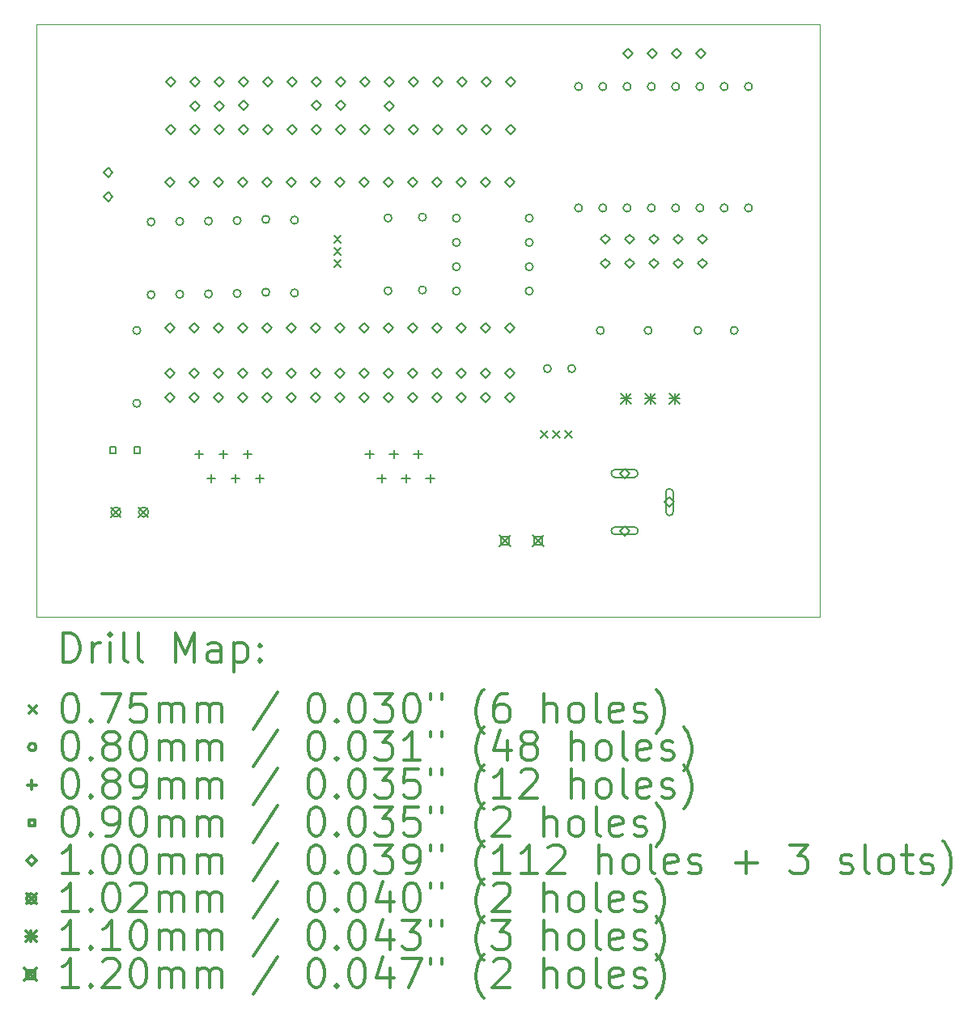
<source format=gbr>
%FSLAX45Y45*%
G04 Gerber Fmt 4.5, Leading zero omitted, Abs format (unit mm)*
G04 Created by KiCad (PCBNEW (5.1.9)-1) date 2021-11-26 16:10:08*
%MOMM*%
%LPD*%
G01*
G04 APERTURE LIST*
%TA.AperFunction,Profile*%
%ADD10C,0.050000*%
%TD*%
%ADD11C,0.200000*%
%ADD12C,0.300000*%
G04 APERTURE END LIST*
D10*
X19400000Y-13200000D02*
X11200000Y-13200000D01*
X11200000Y-13200000D02*
X11200000Y-7000000D01*
X11200000Y-7000000D02*
X19400000Y-7000000D01*
X19400000Y-7000000D02*
X19400000Y-13200000D01*
D11*
X14312500Y-9208500D02*
X14387500Y-9283500D01*
X14387500Y-9208500D02*
X14312500Y-9283500D01*
X14312500Y-9335500D02*
X14387500Y-9410500D01*
X14387500Y-9335500D02*
X14312500Y-9410500D01*
X14312500Y-9462500D02*
X14387500Y-9537500D01*
X14387500Y-9462500D02*
X14312500Y-9537500D01*
X16472500Y-11250500D02*
X16547500Y-11325500D01*
X16547500Y-11250500D02*
X16472500Y-11325500D01*
X16599500Y-11250500D02*
X16674500Y-11325500D01*
X16674500Y-11250500D02*
X16599500Y-11325500D01*
X16726500Y-11250500D02*
X16801500Y-11325500D01*
X16801500Y-11250500D02*
X16726500Y-11325500D01*
X12290000Y-10200000D02*
G75*
G03*
X12290000Y-10200000I-40000J0D01*
G01*
X12290000Y-10962000D02*
G75*
G03*
X12290000Y-10962000I-40000J0D01*
G01*
X12440000Y-9065000D02*
G75*
G03*
X12440000Y-9065000I-40000J0D01*
G01*
X12440000Y-9827000D02*
G75*
G03*
X12440000Y-9827000I-40000J0D01*
G01*
X12740000Y-9061000D02*
G75*
G03*
X12740000Y-9061000I-40000J0D01*
G01*
X12740000Y-9823000D02*
G75*
G03*
X12740000Y-9823000I-40000J0D01*
G01*
X13040000Y-9056800D02*
G75*
G03*
X13040000Y-9056800I-40000J0D01*
G01*
X13040000Y-9818800D02*
G75*
G03*
X13040000Y-9818800I-40000J0D01*
G01*
X13340000Y-9050000D02*
G75*
G03*
X13340000Y-9050000I-40000J0D01*
G01*
X13340000Y-9812000D02*
G75*
G03*
X13340000Y-9812000I-40000J0D01*
G01*
X13640000Y-9038000D02*
G75*
G03*
X13640000Y-9038000I-40000J0D01*
G01*
X13640000Y-9800000D02*
G75*
G03*
X13640000Y-9800000I-40000J0D01*
G01*
X13940000Y-9046640D02*
G75*
G03*
X13940000Y-9046640I-40000J0D01*
G01*
X13940000Y-9808640D02*
G75*
G03*
X13940000Y-9808640I-40000J0D01*
G01*
X14918900Y-9023780D02*
G75*
G03*
X14918900Y-9023780I-40000J0D01*
G01*
X14918900Y-9785780D02*
G75*
G03*
X14918900Y-9785780I-40000J0D01*
G01*
X15279000Y-9016000D02*
G75*
G03*
X15279000Y-9016000I-40000J0D01*
G01*
X15279000Y-9778000D02*
G75*
G03*
X15279000Y-9778000I-40000J0D01*
G01*
X15634000Y-9026320D02*
G75*
G03*
X15634000Y-9026320I-40000J0D01*
G01*
X15634000Y-9280320D02*
G75*
G03*
X15634000Y-9280320I-40000J0D01*
G01*
X15634000Y-9534320D02*
G75*
G03*
X15634000Y-9534320I-40000J0D01*
G01*
X15634000Y-9788320D02*
G75*
G03*
X15634000Y-9788320I-40000J0D01*
G01*
X16396000Y-9026320D02*
G75*
G03*
X16396000Y-9026320I-40000J0D01*
G01*
X16396000Y-9280320D02*
G75*
G03*
X16396000Y-9280320I-40000J0D01*
G01*
X16396000Y-9534320D02*
G75*
G03*
X16396000Y-9534320I-40000J0D01*
G01*
X16396000Y-9788320D02*
G75*
G03*
X16396000Y-9788320I-40000J0D01*
G01*
X16586000Y-10600000D02*
G75*
G03*
X16586000Y-10600000I-40000J0D01*
G01*
X16840000Y-10600000D02*
G75*
G03*
X16840000Y-10600000I-40000J0D01*
G01*
X16912000Y-7650000D02*
G75*
G03*
X16912000Y-7650000I-40000J0D01*
G01*
X16912000Y-8920000D02*
G75*
G03*
X16912000Y-8920000I-40000J0D01*
G01*
X17140000Y-10200000D02*
G75*
G03*
X17140000Y-10200000I-40000J0D01*
G01*
X17166000Y-7650000D02*
G75*
G03*
X17166000Y-7650000I-40000J0D01*
G01*
X17166000Y-8920000D02*
G75*
G03*
X17166000Y-8920000I-40000J0D01*
G01*
X17420000Y-7650000D02*
G75*
G03*
X17420000Y-7650000I-40000J0D01*
G01*
X17420000Y-8920000D02*
G75*
G03*
X17420000Y-8920000I-40000J0D01*
G01*
X17640000Y-10200000D02*
G75*
G03*
X17640000Y-10200000I-40000J0D01*
G01*
X17674000Y-7650000D02*
G75*
G03*
X17674000Y-7650000I-40000J0D01*
G01*
X17674000Y-8920000D02*
G75*
G03*
X17674000Y-8920000I-40000J0D01*
G01*
X17928000Y-7650000D02*
G75*
G03*
X17928000Y-7650000I-40000J0D01*
G01*
X17928000Y-8920000D02*
G75*
G03*
X17928000Y-8920000I-40000J0D01*
G01*
X18160000Y-10200000D02*
G75*
G03*
X18160000Y-10200000I-40000J0D01*
G01*
X18182000Y-7650000D02*
G75*
G03*
X18182000Y-7650000I-40000J0D01*
G01*
X18182000Y-8920000D02*
G75*
G03*
X18182000Y-8920000I-40000J0D01*
G01*
X18436000Y-7650000D02*
G75*
G03*
X18436000Y-7650000I-40000J0D01*
G01*
X18436000Y-8920000D02*
G75*
G03*
X18436000Y-8920000I-40000J0D01*
G01*
X18540000Y-10200000D02*
G75*
G03*
X18540000Y-10200000I-40000J0D01*
G01*
X18690000Y-7650000D02*
G75*
G03*
X18690000Y-7650000I-40000J0D01*
G01*
X18690000Y-8920000D02*
G75*
G03*
X18690000Y-8920000I-40000J0D01*
G01*
X12900500Y-11450550D02*
X12900500Y-11539450D01*
X12856050Y-11495000D02*
X12944950Y-11495000D01*
X13027500Y-11704550D02*
X13027500Y-11793450D01*
X12983050Y-11749000D02*
X13071950Y-11749000D01*
X13154500Y-11450550D02*
X13154500Y-11539450D01*
X13110050Y-11495000D02*
X13198950Y-11495000D01*
X13281500Y-11704550D02*
X13281500Y-11793450D01*
X13237050Y-11749000D02*
X13325950Y-11749000D01*
X13408500Y-11450550D02*
X13408500Y-11539450D01*
X13364050Y-11495000D02*
X13452950Y-11495000D01*
X13535500Y-11704550D02*
X13535500Y-11793450D01*
X13491050Y-11749000D02*
X13579950Y-11749000D01*
X14685600Y-11450910D02*
X14685600Y-11539810D01*
X14641150Y-11495360D02*
X14730050Y-11495360D01*
X14812600Y-11704910D02*
X14812600Y-11793810D01*
X14768150Y-11749360D02*
X14857050Y-11749360D01*
X14939600Y-11450910D02*
X14939600Y-11539810D01*
X14895150Y-11495360D02*
X14984050Y-11495360D01*
X15066600Y-11704910D02*
X15066600Y-11793810D01*
X15022150Y-11749360D02*
X15111050Y-11749360D01*
X15193600Y-11450910D02*
X15193600Y-11539810D01*
X15149150Y-11495360D02*
X15238050Y-11495360D01*
X15320600Y-11704910D02*
X15320600Y-11793810D01*
X15276150Y-11749360D02*
X15365050Y-11749360D01*
X12031820Y-11481820D02*
X12031820Y-11418180D01*
X11968180Y-11418180D01*
X11968180Y-11481820D01*
X12031820Y-11481820D01*
X12285820Y-11481820D02*
X12285820Y-11418180D01*
X12222180Y-11418180D01*
X12222180Y-11481820D01*
X12285820Y-11481820D01*
X11950000Y-8596000D02*
X12000000Y-8546000D01*
X11950000Y-8496000D01*
X11900000Y-8546000D01*
X11950000Y-8596000D01*
X11950000Y-8850000D02*
X12000000Y-8800000D01*
X11950000Y-8750000D01*
X11900000Y-8800000D01*
X11950000Y-8850000D01*
X12594000Y-10700000D02*
X12644000Y-10650000D01*
X12594000Y-10600000D01*
X12544000Y-10650000D01*
X12594000Y-10700000D01*
X12594000Y-10950000D02*
X12644000Y-10900000D01*
X12594000Y-10850000D01*
X12544000Y-10900000D01*
X12594000Y-10950000D01*
X12598000Y-8700000D02*
X12648000Y-8650000D01*
X12598000Y-8600000D01*
X12548000Y-8650000D01*
X12598000Y-8700000D01*
X12598000Y-10224000D02*
X12648000Y-10174000D01*
X12598000Y-10124000D01*
X12548000Y-10174000D01*
X12598000Y-10224000D01*
X12604160Y-7648840D02*
X12654160Y-7598840D01*
X12604160Y-7548840D01*
X12554160Y-7598840D01*
X12604160Y-7648840D01*
X12604160Y-8150000D02*
X12654160Y-8100000D01*
X12604160Y-8050000D01*
X12554160Y-8100000D01*
X12604160Y-8150000D01*
X12848000Y-10700000D02*
X12898000Y-10650000D01*
X12848000Y-10600000D01*
X12798000Y-10650000D01*
X12848000Y-10700000D01*
X12848000Y-10950000D02*
X12898000Y-10900000D01*
X12848000Y-10850000D01*
X12798000Y-10900000D01*
X12848000Y-10950000D01*
X12852000Y-8700000D02*
X12902000Y-8650000D01*
X12852000Y-8600000D01*
X12802000Y-8650000D01*
X12852000Y-8700000D01*
X12852000Y-10224000D02*
X12902000Y-10174000D01*
X12852000Y-10124000D01*
X12802000Y-10174000D01*
X12852000Y-10224000D01*
X12858160Y-7648840D02*
X12908160Y-7598840D01*
X12858160Y-7548840D01*
X12808160Y-7598840D01*
X12858160Y-7648840D01*
X12858160Y-8150000D02*
X12908160Y-8100000D01*
X12858160Y-8050000D01*
X12808160Y-8100000D01*
X12858160Y-8150000D01*
X12859600Y-7900300D02*
X12909600Y-7850300D01*
X12859600Y-7800300D01*
X12809600Y-7850300D01*
X12859600Y-7900300D01*
X13102000Y-10700000D02*
X13152000Y-10650000D01*
X13102000Y-10600000D01*
X13052000Y-10650000D01*
X13102000Y-10700000D01*
X13102000Y-10950000D02*
X13152000Y-10900000D01*
X13102000Y-10850000D01*
X13052000Y-10900000D01*
X13102000Y-10950000D01*
X13106000Y-8700000D02*
X13156000Y-8650000D01*
X13106000Y-8600000D01*
X13056000Y-8650000D01*
X13106000Y-8700000D01*
X13106000Y-10224000D02*
X13156000Y-10174000D01*
X13106000Y-10124000D01*
X13056000Y-10174000D01*
X13106000Y-10224000D01*
X13112160Y-7648840D02*
X13162160Y-7598840D01*
X13112160Y-7548840D01*
X13062160Y-7598840D01*
X13112160Y-7648840D01*
X13112160Y-8150000D02*
X13162160Y-8100000D01*
X13112160Y-8050000D01*
X13062160Y-8100000D01*
X13112160Y-8150000D01*
X13113600Y-7900000D02*
X13163600Y-7850000D01*
X13113600Y-7800000D01*
X13063600Y-7850000D01*
X13113600Y-7900000D01*
X13356000Y-10700000D02*
X13406000Y-10650000D01*
X13356000Y-10600000D01*
X13306000Y-10650000D01*
X13356000Y-10700000D01*
X13356000Y-10950000D02*
X13406000Y-10900000D01*
X13356000Y-10850000D01*
X13306000Y-10900000D01*
X13356000Y-10950000D01*
X13360000Y-8700000D02*
X13410000Y-8650000D01*
X13360000Y-8600000D01*
X13310000Y-8650000D01*
X13360000Y-8700000D01*
X13360000Y-10224000D02*
X13410000Y-10174000D01*
X13360000Y-10124000D01*
X13310000Y-10174000D01*
X13360000Y-10224000D01*
X13366160Y-7648840D02*
X13416160Y-7598840D01*
X13366160Y-7548840D01*
X13316160Y-7598840D01*
X13366160Y-7648840D01*
X13366160Y-8150000D02*
X13416160Y-8100000D01*
X13366160Y-8050000D01*
X13316160Y-8100000D01*
X13366160Y-8150000D01*
X13367600Y-7897760D02*
X13417600Y-7847760D01*
X13367600Y-7797760D01*
X13317600Y-7847760D01*
X13367600Y-7897760D01*
X13610000Y-10700000D02*
X13660000Y-10650000D01*
X13610000Y-10600000D01*
X13560000Y-10650000D01*
X13610000Y-10700000D01*
X13610000Y-10950000D02*
X13660000Y-10900000D01*
X13610000Y-10850000D01*
X13560000Y-10900000D01*
X13610000Y-10950000D01*
X13614000Y-8700000D02*
X13664000Y-8650000D01*
X13614000Y-8600000D01*
X13564000Y-8650000D01*
X13614000Y-8700000D01*
X13614000Y-10224000D02*
X13664000Y-10174000D01*
X13614000Y-10124000D01*
X13564000Y-10174000D01*
X13614000Y-10224000D01*
X13620160Y-7648840D02*
X13670160Y-7598840D01*
X13620160Y-7548840D01*
X13570160Y-7598840D01*
X13620160Y-7648840D01*
X13620160Y-8150000D02*
X13670160Y-8100000D01*
X13620160Y-8050000D01*
X13570160Y-8100000D01*
X13620160Y-8150000D01*
X13864000Y-10700000D02*
X13914000Y-10650000D01*
X13864000Y-10600000D01*
X13814000Y-10650000D01*
X13864000Y-10700000D01*
X13864000Y-10950000D02*
X13914000Y-10900000D01*
X13864000Y-10850000D01*
X13814000Y-10900000D01*
X13864000Y-10950000D01*
X13868000Y-8700000D02*
X13918000Y-8650000D01*
X13868000Y-8600000D01*
X13818000Y-8650000D01*
X13868000Y-8700000D01*
X13868000Y-10224000D02*
X13918000Y-10174000D01*
X13868000Y-10124000D01*
X13818000Y-10174000D01*
X13868000Y-10224000D01*
X13874160Y-7648840D02*
X13924160Y-7598840D01*
X13874160Y-7548840D01*
X13824160Y-7598840D01*
X13874160Y-7648840D01*
X13874160Y-8150000D02*
X13924160Y-8100000D01*
X13874160Y-8050000D01*
X13824160Y-8100000D01*
X13874160Y-8150000D01*
X14118000Y-10700000D02*
X14168000Y-10650000D01*
X14118000Y-10600000D01*
X14068000Y-10650000D01*
X14118000Y-10700000D01*
X14118000Y-10950000D02*
X14168000Y-10900000D01*
X14118000Y-10850000D01*
X14068000Y-10900000D01*
X14118000Y-10950000D01*
X14122000Y-8700000D02*
X14172000Y-8650000D01*
X14122000Y-8600000D01*
X14072000Y-8650000D01*
X14122000Y-8700000D01*
X14122000Y-10224000D02*
X14172000Y-10174000D01*
X14122000Y-10124000D01*
X14072000Y-10174000D01*
X14122000Y-10224000D01*
X14128160Y-7648840D02*
X14178160Y-7598840D01*
X14128160Y-7548840D01*
X14078160Y-7598840D01*
X14128160Y-7648840D01*
X14128160Y-8150000D02*
X14178160Y-8100000D01*
X14128160Y-8050000D01*
X14078160Y-8100000D01*
X14128160Y-8150000D01*
X14129600Y-7897760D02*
X14179600Y-7847760D01*
X14129600Y-7797760D01*
X14079600Y-7847760D01*
X14129600Y-7897760D01*
X14372000Y-10700000D02*
X14422000Y-10650000D01*
X14372000Y-10600000D01*
X14322000Y-10650000D01*
X14372000Y-10700000D01*
X14372000Y-10950000D02*
X14422000Y-10900000D01*
X14372000Y-10850000D01*
X14322000Y-10900000D01*
X14372000Y-10950000D01*
X14376000Y-8700000D02*
X14426000Y-8650000D01*
X14376000Y-8600000D01*
X14326000Y-8650000D01*
X14376000Y-8700000D01*
X14376000Y-10224000D02*
X14426000Y-10174000D01*
X14376000Y-10124000D01*
X14326000Y-10174000D01*
X14376000Y-10224000D01*
X14381060Y-7897760D02*
X14431060Y-7847760D01*
X14381060Y-7797760D01*
X14331060Y-7847760D01*
X14381060Y-7897760D01*
X14382160Y-7648840D02*
X14432160Y-7598840D01*
X14382160Y-7548840D01*
X14332160Y-7598840D01*
X14382160Y-7648840D01*
X14382160Y-8150000D02*
X14432160Y-8100000D01*
X14382160Y-8050000D01*
X14332160Y-8100000D01*
X14382160Y-8150000D01*
X14626000Y-10700000D02*
X14676000Y-10650000D01*
X14626000Y-10600000D01*
X14576000Y-10650000D01*
X14626000Y-10700000D01*
X14626000Y-10950000D02*
X14676000Y-10900000D01*
X14626000Y-10850000D01*
X14576000Y-10900000D01*
X14626000Y-10950000D01*
X14630000Y-8700000D02*
X14680000Y-8650000D01*
X14630000Y-8600000D01*
X14580000Y-8650000D01*
X14630000Y-8700000D01*
X14630000Y-10224000D02*
X14680000Y-10174000D01*
X14630000Y-10124000D01*
X14580000Y-10174000D01*
X14630000Y-10224000D01*
X14636160Y-7648840D02*
X14686160Y-7598840D01*
X14636160Y-7548840D01*
X14586160Y-7598840D01*
X14636160Y-7648840D01*
X14636160Y-8150000D02*
X14686160Y-8100000D01*
X14636160Y-8050000D01*
X14586160Y-8100000D01*
X14636160Y-8150000D01*
X14880000Y-10700000D02*
X14930000Y-10650000D01*
X14880000Y-10600000D01*
X14830000Y-10650000D01*
X14880000Y-10700000D01*
X14880000Y-10950000D02*
X14930000Y-10900000D01*
X14880000Y-10850000D01*
X14830000Y-10900000D01*
X14880000Y-10950000D01*
X14884000Y-8700000D02*
X14934000Y-8650000D01*
X14884000Y-8600000D01*
X14834000Y-8650000D01*
X14884000Y-8700000D01*
X14884000Y-10224000D02*
X14934000Y-10174000D01*
X14884000Y-10124000D01*
X14834000Y-10174000D01*
X14884000Y-10224000D01*
X14890160Y-7648840D02*
X14940160Y-7598840D01*
X14890160Y-7548840D01*
X14840160Y-7598840D01*
X14890160Y-7648840D01*
X14890160Y-8150000D02*
X14940160Y-8100000D01*
X14890160Y-8050000D01*
X14840160Y-8100000D01*
X14890160Y-8150000D01*
X14891600Y-7900000D02*
X14941600Y-7850000D01*
X14891600Y-7800000D01*
X14841600Y-7850000D01*
X14891600Y-7900000D01*
X15134000Y-10700000D02*
X15184000Y-10650000D01*
X15134000Y-10600000D01*
X15084000Y-10650000D01*
X15134000Y-10700000D01*
X15134000Y-10950000D02*
X15184000Y-10900000D01*
X15134000Y-10850000D01*
X15084000Y-10900000D01*
X15134000Y-10950000D01*
X15138000Y-8700000D02*
X15188000Y-8650000D01*
X15138000Y-8600000D01*
X15088000Y-8650000D01*
X15138000Y-8700000D01*
X15138000Y-10224000D02*
X15188000Y-10174000D01*
X15138000Y-10124000D01*
X15088000Y-10174000D01*
X15138000Y-10224000D01*
X15144160Y-7648840D02*
X15194160Y-7598840D01*
X15144160Y-7548840D01*
X15094160Y-7598840D01*
X15144160Y-7648840D01*
X15144160Y-8150000D02*
X15194160Y-8100000D01*
X15144160Y-8050000D01*
X15094160Y-8100000D01*
X15144160Y-8150000D01*
X15388000Y-10700000D02*
X15438000Y-10650000D01*
X15388000Y-10600000D01*
X15338000Y-10650000D01*
X15388000Y-10700000D01*
X15388000Y-10950000D02*
X15438000Y-10900000D01*
X15388000Y-10850000D01*
X15338000Y-10900000D01*
X15388000Y-10950000D01*
X15392000Y-8700000D02*
X15442000Y-8650000D01*
X15392000Y-8600000D01*
X15342000Y-8650000D01*
X15392000Y-8700000D01*
X15392000Y-10224000D02*
X15442000Y-10174000D01*
X15392000Y-10124000D01*
X15342000Y-10174000D01*
X15392000Y-10224000D01*
X15398160Y-7648840D02*
X15448160Y-7598840D01*
X15398160Y-7548840D01*
X15348160Y-7598840D01*
X15398160Y-7648840D01*
X15398160Y-8150000D02*
X15448160Y-8100000D01*
X15398160Y-8050000D01*
X15348160Y-8100000D01*
X15398160Y-8150000D01*
X15642000Y-10700000D02*
X15692000Y-10650000D01*
X15642000Y-10600000D01*
X15592000Y-10650000D01*
X15642000Y-10700000D01*
X15642000Y-10950000D02*
X15692000Y-10900000D01*
X15642000Y-10850000D01*
X15592000Y-10900000D01*
X15642000Y-10950000D01*
X15646000Y-8700000D02*
X15696000Y-8650000D01*
X15646000Y-8600000D01*
X15596000Y-8650000D01*
X15646000Y-8700000D01*
X15646000Y-10224000D02*
X15696000Y-10174000D01*
X15646000Y-10124000D01*
X15596000Y-10174000D01*
X15646000Y-10224000D01*
X15652160Y-7648840D02*
X15702160Y-7598840D01*
X15652160Y-7548840D01*
X15602160Y-7598840D01*
X15652160Y-7648840D01*
X15652160Y-8150000D02*
X15702160Y-8100000D01*
X15652160Y-8050000D01*
X15602160Y-8100000D01*
X15652160Y-8150000D01*
X15896000Y-10700000D02*
X15946000Y-10650000D01*
X15896000Y-10600000D01*
X15846000Y-10650000D01*
X15896000Y-10700000D01*
X15896000Y-10950000D02*
X15946000Y-10900000D01*
X15896000Y-10850000D01*
X15846000Y-10900000D01*
X15896000Y-10950000D01*
X15900000Y-8700000D02*
X15950000Y-8650000D01*
X15900000Y-8600000D01*
X15850000Y-8650000D01*
X15900000Y-8700000D01*
X15900000Y-10224000D02*
X15950000Y-10174000D01*
X15900000Y-10124000D01*
X15850000Y-10174000D01*
X15900000Y-10224000D01*
X15906160Y-7648840D02*
X15956160Y-7598840D01*
X15906160Y-7548840D01*
X15856160Y-7598840D01*
X15906160Y-7648840D01*
X15906160Y-8150000D02*
X15956160Y-8100000D01*
X15906160Y-8050000D01*
X15856160Y-8100000D01*
X15906160Y-8150000D01*
X16150000Y-10700000D02*
X16200000Y-10650000D01*
X16150000Y-10600000D01*
X16100000Y-10650000D01*
X16150000Y-10700000D01*
X16150000Y-10950000D02*
X16200000Y-10900000D01*
X16150000Y-10850000D01*
X16100000Y-10900000D01*
X16150000Y-10950000D01*
X16154000Y-8700000D02*
X16204000Y-8650000D01*
X16154000Y-8600000D01*
X16104000Y-8650000D01*
X16154000Y-8700000D01*
X16154000Y-10224000D02*
X16204000Y-10174000D01*
X16154000Y-10124000D01*
X16104000Y-10174000D01*
X16154000Y-10224000D01*
X16160160Y-7648840D02*
X16210160Y-7598840D01*
X16160160Y-7548840D01*
X16110160Y-7598840D01*
X16160160Y-7648840D01*
X16160160Y-8150000D02*
X16210160Y-8100000D01*
X16160160Y-8050000D01*
X16110160Y-8100000D01*
X16160160Y-8150000D01*
X17150000Y-9296000D02*
X17200000Y-9246000D01*
X17150000Y-9196000D01*
X17100000Y-9246000D01*
X17150000Y-9296000D01*
X17150000Y-9550000D02*
X17200000Y-9500000D01*
X17150000Y-9450000D01*
X17100000Y-9500000D01*
X17150000Y-9550000D01*
X17354000Y-11746000D02*
X17404000Y-11696000D01*
X17354000Y-11646000D01*
X17304000Y-11696000D01*
X17354000Y-11746000D01*
X17254000Y-11736000D02*
X17454000Y-11736000D01*
X17254000Y-11656000D02*
X17454000Y-11656000D01*
X17454000Y-11736000D02*
G75*
G03*
X17454000Y-11656000I0J40000D01*
G01*
X17254000Y-11656000D02*
G75*
G03*
X17254000Y-11736000I0J-40000D01*
G01*
X17354000Y-12346000D02*
X17404000Y-12296000D01*
X17354000Y-12246000D01*
X17304000Y-12296000D01*
X17354000Y-12346000D01*
X17254000Y-12336000D02*
X17454000Y-12336000D01*
X17254000Y-12256000D02*
X17454000Y-12256000D01*
X17454000Y-12336000D02*
G75*
G03*
X17454000Y-12256000I0J40000D01*
G01*
X17254000Y-12256000D02*
G75*
G03*
X17254000Y-12336000I0J-40000D01*
G01*
X17388000Y-7350000D02*
X17438000Y-7300000D01*
X17388000Y-7250000D01*
X17338000Y-7300000D01*
X17388000Y-7350000D01*
X17404000Y-9296000D02*
X17454000Y-9246000D01*
X17404000Y-9196000D01*
X17354000Y-9246000D01*
X17404000Y-9296000D01*
X17404000Y-9550000D02*
X17454000Y-9500000D01*
X17404000Y-9450000D01*
X17354000Y-9500000D01*
X17404000Y-9550000D01*
X17642000Y-7350000D02*
X17692000Y-7300000D01*
X17642000Y-7250000D01*
X17592000Y-7300000D01*
X17642000Y-7350000D01*
X17658000Y-9296000D02*
X17708000Y-9246000D01*
X17658000Y-9196000D01*
X17608000Y-9246000D01*
X17658000Y-9296000D01*
X17658000Y-9550000D02*
X17708000Y-9500000D01*
X17658000Y-9450000D01*
X17608000Y-9500000D01*
X17658000Y-9550000D01*
X17824000Y-12046000D02*
X17874000Y-11996000D01*
X17824000Y-11946000D01*
X17774000Y-11996000D01*
X17824000Y-12046000D01*
X17864000Y-12096000D02*
X17864000Y-11896000D01*
X17784000Y-12096000D02*
X17784000Y-11896000D01*
X17864000Y-11896000D02*
G75*
G03*
X17784000Y-11896000I-40000J0D01*
G01*
X17784000Y-12096000D02*
G75*
G03*
X17864000Y-12096000I40000J0D01*
G01*
X17896000Y-7350000D02*
X17946000Y-7300000D01*
X17896000Y-7250000D01*
X17846000Y-7300000D01*
X17896000Y-7350000D01*
X17912000Y-9296000D02*
X17962000Y-9246000D01*
X17912000Y-9196000D01*
X17862000Y-9246000D01*
X17912000Y-9296000D01*
X17912000Y-9550000D02*
X17962000Y-9500000D01*
X17912000Y-9450000D01*
X17862000Y-9500000D01*
X17912000Y-9550000D01*
X18150000Y-7350000D02*
X18200000Y-7300000D01*
X18150000Y-7250000D01*
X18100000Y-7300000D01*
X18150000Y-7350000D01*
X18166000Y-9296000D02*
X18216000Y-9246000D01*
X18166000Y-9196000D01*
X18116000Y-9246000D01*
X18166000Y-9296000D01*
X18166000Y-9550000D02*
X18216000Y-9500000D01*
X18166000Y-9450000D01*
X18116000Y-9500000D01*
X18166000Y-9550000D01*
X11981420Y-12049200D02*
X12083020Y-12150800D01*
X12083020Y-12049200D02*
X11981420Y-12150800D01*
X12083020Y-12100000D02*
G75*
G03*
X12083020Y-12100000I-50800J0D01*
G01*
X12270980Y-12049200D02*
X12372580Y-12150800D01*
X12372580Y-12049200D02*
X12270980Y-12150800D01*
X12372580Y-12100000D02*
G75*
G03*
X12372580Y-12100000I-50800J0D01*
G01*
X17317000Y-10859000D02*
X17427000Y-10969000D01*
X17427000Y-10859000D02*
X17317000Y-10969000D01*
X17372000Y-10859000D02*
X17372000Y-10969000D01*
X17317000Y-10914000D02*
X17427000Y-10914000D01*
X17571000Y-10859000D02*
X17681000Y-10969000D01*
X17681000Y-10859000D02*
X17571000Y-10969000D01*
X17626000Y-10859000D02*
X17626000Y-10969000D01*
X17571000Y-10914000D02*
X17681000Y-10914000D01*
X17825000Y-10859000D02*
X17935000Y-10969000D01*
X17935000Y-10859000D02*
X17825000Y-10969000D01*
X17880000Y-10859000D02*
X17880000Y-10969000D01*
X17825000Y-10914000D02*
X17935000Y-10914000D01*
X16040000Y-12340000D02*
X16160000Y-12460000D01*
X16160000Y-12340000D02*
X16040000Y-12460000D01*
X16142427Y-12442427D02*
X16142427Y-12357573D01*
X16057573Y-12357573D01*
X16057573Y-12442427D01*
X16142427Y-12442427D01*
X16390000Y-12340000D02*
X16510000Y-12460000D01*
X16510000Y-12340000D02*
X16390000Y-12460000D01*
X16492427Y-12442427D02*
X16492427Y-12357573D01*
X16407573Y-12357573D01*
X16407573Y-12442427D01*
X16492427Y-12442427D01*
D12*
X11483928Y-13668214D02*
X11483928Y-13368214D01*
X11555357Y-13368214D01*
X11598214Y-13382500D01*
X11626786Y-13411071D01*
X11641071Y-13439643D01*
X11655357Y-13496786D01*
X11655357Y-13539643D01*
X11641071Y-13596786D01*
X11626786Y-13625357D01*
X11598214Y-13653929D01*
X11555357Y-13668214D01*
X11483928Y-13668214D01*
X11783928Y-13668214D02*
X11783928Y-13468214D01*
X11783928Y-13525357D02*
X11798214Y-13496786D01*
X11812500Y-13482500D01*
X11841071Y-13468214D01*
X11869643Y-13468214D01*
X11969643Y-13668214D02*
X11969643Y-13468214D01*
X11969643Y-13368214D02*
X11955357Y-13382500D01*
X11969643Y-13396786D01*
X11983928Y-13382500D01*
X11969643Y-13368214D01*
X11969643Y-13396786D01*
X12155357Y-13668214D02*
X12126786Y-13653929D01*
X12112500Y-13625357D01*
X12112500Y-13368214D01*
X12312500Y-13668214D02*
X12283928Y-13653929D01*
X12269643Y-13625357D01*
X12269643Y-13368214D01*
X12655357Y-13668214D02*
X12655357Y-13368214D01*
X12755357Y-13582500D01*
X12855357Y-13368214D01*
X12855357Y-13668214D01*
X13126786Y-13668214D02*
X13126786Y-13511071D01*
X13112500Y-13482500D01*
X13083928Y-13468214D01*
X13026786Y-13468214D01*
X12998214Y-13482500D01*
X13126786Y-13653929D02*
X13098214Y-13668214D01*
X13026786Y-13668214D01*
X12998214Y-13653929D01*
X12983928Y-13625357D01*
X12983928Y-13596786D01*
X12998214Y-13568214D01*
X13026786Y-13553929D01*
X13098214Y-13553929D01*
X13126786Y-13539643D01*
X13269643Y-13468214D02*
X13269643Y-13768214D01*
X13269643Y-13482500D02*
X13298214Y-13468214D01*
X13355357Y-13468214D01*
X13383928Y-13482500D01*
X13398214Y-13496786D01*
X13412500Y-13525357D01*
X13412500Y-13611071D01*
X13398214Y-13639643D01*
X13383928Y-13653929D01*
X13355357Y-13668214D01*
X13298214Y-13668214D01*
X13269643Y-13653929D01*
X13541071Y-13639643D02*
X13555357Y-13653929D01*
X13541071Y-13668214D01*
X13526786Y-13653929D01*
X13541071Y-13639643D01*
X13541071Y-13668214D01*
X13541071Y-13482500D02*
X13555357Y-13496786D01*
X13541071Y-13511071D01*
X13526786Y-13496786D01*
X13541071Y-13482500D01*
X13541071Y-13511071D01*
X11122500Y-14125000D02*
X11197500Y-14200000D01*
X11197500Y-14125000D02*
X11122500Y-14200000D01*
X11541071Y-13998214D02*
X11569643Y-13998214D01*
X11598214Y-14012500D01*
X11612500Y-14026786D01*
X11626786Y-14055357D01*
X11641071Y-14112500D01*
X11641071Y-14183929D01*
X11626786Y-14241071D01*
X11612500Y-14269643D01*
X11598214Y-14283929D01*
X11569643Y-14298214D01*
X11541071Y-14298214D01*
X11512500Y-14283929D01*
X11498214Y-14269643D01*
X11483928Y-14241071D01*
X11469643Y-14183929D01*
X11469643Y-14112500D01*
X11483928Y-14055357D01*
X11498214Y-14026786D01*
X11512500Y-14012500D01*
X11541071Y-13998214D01*
X11769643Y-14269643D02*
X11783928Y-14283929D01*
X11769643Y-14298214D01*
X11755357Y-14283929D01*
X11769643Y-14269643D01*
X11769643Y-14298214D01*
X11883928Y-13998214D02*
X12083928Y-13998214D01*
X11955357Y-14298214D01*
X12341071Y-13998214D02*
X12198214Y-13998214D01*
X12183928Y-14141071D01*
X12198214Y-14126786D01*
X12226786Y-14112500D01*
X12298214Y-14112500D01*
X12326786Y-14126786D01*
X12341071Y-14141071D01*
X12355357Y-14169643D01*
X12355357Y-14241071D01*
X12341071Y-14269643D01*
X12326786Y-14283929D01*
X12298214Y-14298214D01*
X12226786Y-14298214D01*
X12198214Y-14283929D01*
X12183928Y-14269643D01*
X12483928Y-14298214D02*
X12483928Y-14098214D01*
X12483928Y-14126786D02*
X12498214Y-14112500D01*
X12526786Y-14098214D01*
X12569643Y-14098214D01*
X12598214Y-14112500D01*
X12612500Y-14141071D01*
X12612500Y-14298214D01*
X12612500Y-14141071D02*
X12626786Y-14112500D01*
X12655357Y-14098214D01*
X12698214Y-14098214D01*
X12726786Y-14112500D01*
X12741071Y-14141071D01*
X12741071Y-14298214D01*
X12883928Y-14298214D02*
X12883928Y-14098214D01*
X12883928Y-14126786D02*
X12898214Y-14112500D01*
X12926786Y-14098214D01*
X12969643Y-14098214D01*
X12998214Y-14112500D01*
X13012500Y-14141071D01*
X13012500Y-14298214D01*
X13012500Y-14141071D02*
X13026786Y-14112500D01*
X13055357Y-14098214D01*
X13098214Y-14098214D01*
X13126786Y-14112500D01*
X13141071Y-14141071D01*
X13141071Y-14298214D01*
X13726786Y-13983929D02*
X13469643Y-14369643D01*
X14112500Y-13998214D02*
X14141071Y-13998214D01*
X14169643Y-14012500D01*
X14183928Y-14026786D01*
X14198214Y-14055357D01*
X14212500Y-14112500D01*
X14212500Y-14183929D01*
X14198214Y-14241071D01*
X14183928Y-14269643D01*
X14169643Y-14283929D01*
X14141071Y-14298214D01*
X14112500Y-14298214D01*
X14083928Y-14283929D01*
X14069643Y-14269643D01*
X14055357Y-14241071D01*
X14041071Y-14183929D01*
X14041071Y-14112500D01*
X14055357Y-14055357D01*
X14069643Y-14026786D01*
X14083928Y-14012500D01*
X14112500Y-13998214D01*
X14341071Y-14269643D02*
X14355357Y-14283929D01*
X14341071Y-14298214D01*
X14326786Y-14283929D01*
X14341071Y-14269643D01*
X14341071Y-14298214D01*
X14541071Y-13998214D02*
X14569643Y-13998214D01*
X14598214Y-14012500D01*
X14612500Y-14026786D01*
X14626786Y-14055357D01*
X14641071Y-14112500D01*
X14641071Y-14183929D01*
X14626786Y-14241071D01*
X14612500Y-14269643D01*
X14598214Y-14283929D01*
X14569643Y-14298214D01*
X14541071Y-14298214D01*
X14512500Y-14283929D01*
X14498214Y-14269643D01*
X14483928Y-14241071D01*
X14469643Y-14183929D01*
X14469643Y-14112500D01*
X14483928Y-14055357D01*
X14498214Y-14026786D01*
X14512500Y-14012500D01*
X14541071Y-13998214D01*
X14741071Y-13998214D02*
X14926786Y-13998214D01*
X14826786Y-14112500D01*
X14869643Y-14112500D01*
X14898214Y-14126786D01*
X14912500Y-14141071D01*
X14926786Y-14169643D01*
X14926786Y-14241071D01*
X14912500Y-14269643D01*
X14898214Y-14283929D01*
X14869643Y-14298214D01*
X14783928Y-14298214D01*
X14755357Y-14283929D01*
X14741071Y-14269643D01*
X15112500Y-13998214D02*
X15141071Y-13998214D01*
X15169643Y-14012500D01*
X15183928Y-14026786D01*
X15198214Y-14055357D01*
X15212500Y-14112500D01*
X15212500Y-14183929D01*
X15198214Y-14241071D01*
X15183928Y-14269643D01*
X15169643Y-14283929D01*
X15141071Y-14298214D01*
X15112500Y-14298214D01*
X15083928Y-14283929D01*
X15069643Y-14269643D01*
X15055357Y-14241071D01*
X15041071Y-14183929D01*
X15041071Y-14112500D01*
X15055357Y-14055357D01*
X15069643Y-14026786D01*
X15083928Y-14012500D01*
X15112500Y-13998214D01*
X15326786Y-13998214D02*
X15326786Y-14055357D01*
X15441071Y-13998214D02*
X15441071Y-14055357D01*
X15883928Y-14412500D02*
X15869643Y-14398214D01*
X15841071Y-14355357D01*
X15826786Y-14326786D01*
X15812500Y-14283929D01*
X15798214Y-14212500D01*
X15798214Y-14155357D01*
X15812500Y-14083929D01*
X15826786Y-14041071D01*
X15841071Y-14012500D01*
X15869643Y-13969643D01*
X15883928Y-13955357D01*
X16126786Y-13998214D02*
X16069643Y-13998214D01*
X16041071Y-14012500D01*
X16026786Y-14026786D01*
X15998214Y-14069643D01*
X15983928Y-14126786D01*
X15983928Y-14241071D01*
X15998214Y-14269643D01*
X16012500Y-14283929D01*
X16041071Y-14298214D01*
X16098214Y-14298214D01*
X16126786Y-14283929D01*
X16141071Y-14269643D01*
X16155357Y-14241071D01*
X16155357Y-14169643D01*
X16141071Y-14141071D01*
X16126786Y-14126786D01*
X16098214Y-14112500D01*
X16041071Y-14112500D01*
X16012500Y-14126786D01*
X15998214Y-14141071D01*
X15983928Y-14169643D01*
X16512500Y-14298214D02*
X16512500Y-13998214D01*
X16641071Y-14298214D02*
X16641071Y-14141071D01*
X16626786Y-14112500D01*
X16598214Y-14098214D01*
X16555357Y-14098214D01*
X16526786Y-14112500D01*
X16512500Y-14126786D01*
X16826786Y-14298214D02*
X16798214Y-14283929D01*
X16783928Y-14269643D01*
X16769643Y-14241071D01*
X16769643Y-14155357D01*
X16783928Y-14126786D01*
X16798214Y-14112500D01*
X16826786Y-14098214D01*
X16869643Y-14098214D01*
X16898214Y-14112500D01*
X16912500Y-14126786D01*
X16926786Y-14155357D01*
X16926786Y-14241071D01*
X16912500Y-14269643D01*
X16898214Y-14283929D01*
X16869643Y-14298214D01*
X16826786Y-14298214D01*
X17098214Y-14298214D02*
X17069643Y-14283929D01*
X17055357Y-14255357D01*
X17055357Y-13998214D01*
X17326786Y-14283929D02*
X17298214Y-14298214D01*
X17241071Y-14298214D01*
X17212500Y-14283929D01*
X17198214Y-14255357D01*
X17198214Y-14141071D01*
X17212500Y-14112500D01*
X17241071Y-14098214D01*
X17298214Y-14098214D01*
X17326786Y-14112500D01*
X17341071Y-14141071D01*
X17341071Y-14169643D01*
X17198214Y-14198214D01*
X17455357Y-14283929D02*
X17483928Y-14298214D01*
X17541071Y-14298214D01*
X17569643Y-14283929D01*
X17583928Y-14255357D01*
X17583928Y-14241071D01*
X17569643Y-14212500D01*
X17541071Y-14198214D01*
X17498214Y-14198214D01*
X17469643Y-14183929D01*
X17455357Y-14155357D01*
X17455357Y-14141071D01*
X17469643Y-14112500D01*
X17498214Y-14098214D01*
X17541071Y-14098214D01*
X17569643Y-14112500D01*
X17683928Y-14412500D02*
X17698214Y-14398214D01*
X17726786Y-14355357D01*
X17741071Y-14326786D01*
X17755357Y-14283929D01*
X17769643Y-14212500D01*
X17769643Y-14155357D01*
X17755357Y-14083929D01*
X17741071Y-14041071D01*
X17726786Y-14012500D01*
X17698214Y-13969643D01*
X17683928Y-13955357D01*
X11197500Y-14558500D02*
G75*
G03*
X11197500Y-14558500I-40000J0D01*
G01*
X11541071Y-14394214D02*
X11569643Y-14394214D01*
X11598214Y-14408500D01*
X11612500Y-14422786D01*
X11626786Y-14451357D01*
X11641071Y-14508500D01*
X11641071Y-14579929D01*
X11626786Y-14637071D01*
X11612500Y-14665643D01*
X11598214Y-14679929D01*
X11569643Y-14694214D01*
X11541071Y-14694214D01*
X11512500Y-14679929D01*
X11498214Y-14665643D01*
X11483928Y-14637071D01*
X11469643Y-14579929D01*
X11469643Y-14508500D01*
X11483928Y-14451357D01*
X11498214Y-14422786D01*
X11512500Y-14408500D01*
X11541071Y-14394214D01*
X11769643Y-14665643D02*
X11783928Y-14679929D01*
X11769643Y-14694214D01*
X11755357Y-14679929D01*
X11769643Y-14665643D01*
X11769643Y-14694214D01*
X11955357Y-14522786D02*
X11926786Y-14508500D01*
X11912500Y-14494214D01*
X11898214Y-14465643D01*
X11898214Y-14451357D01*
X11912500Y-14422786D01*
X11926786Y-14408500D01*
X11955357Y-14394214D01*
X12012500Y-14394214D01*
X12041071Y-14408500D01*
X12055357Y-14422786D01*
X12069643Y-14451357D01*
X12069643Y-14465643D01*
X12055357Y-14494214D01*
X12041071Y-14508500D01*
X12012500Y-14522786D01*
X11955357Y-14522786D01*
X11926786Y-14537071D01*
X11912500Y-14551357D01*
X11898214Y-14579929D01*
X11898214Y-14637071D01*
X11912500Y-14665643D01*
X11926786Y-14679929D01*
X11955357Y-14694214D01*
X12012500Y-14694214D01*
X12041071Y-14679929D01*
X12055357Y-14665643D01*
X12069643Y-14637071D01*
X12069643Y-14579929D01*
X12055357Y-14551357D01*
X12041071Y-14537071D01*
X12012500Y-14522786D01*
X12255357Y-14394214D02*
X12283928Y-14394214D01*
X12312500Y-14408500D01*
X12326786Y-14422786D01*
X12341071Y-14451357D01*
X12355357Y-14508500D01*
X12355357Y-14579929D01*
X12341071Y-14637071D01*
X12326786Y-14665643D01*
X12312500Y-14679929D01*
X12283928Y-14694214D01*
X12255357Y-14694214D01*
X12226786Y-14679929D01*
X12212500Y-14665643D01*
X12198214Y-14637071D01*
X12183928Y-14579929D01*
X12183928Y-14508500D01*
X12198214Y-14451357D01*
X12212500Y-14422786D01*
X12226786Y-14408500D01*
X12255357Y-14394214D01*
X12483928Y-14694214D02*
X12483928Y-14494214D01*
X12483928Y-14522786D02*
X12498214Y-14508500D01*
X12526786Y-14494214D01*
X12569643Y-14494214D01*
X12598214Y-14508500D01*
X12612500Y-14537071D01*
X12612500Y-14694214D01*
X12612500Y-14537071D02*
X12626786Y-14508500D01*
X12655357Y-14494214D01*
X12698214Y-14494214D01*
X12726786Y-14508500D01*
X12741071Y-14537071D01*
X12741071Y-14694214D01*
X12883928Y-14694214D02*
X12883928Y-14494214D01*
X12883928Y-14522786D02*
X12898214Y-14508500D01*
X12926786Y-14494214D01*
X12969643Y-14494214D01*
X12998214Y-14508500D01*
X13012500Y-14537071D01*
X13012500Y-14694214D01*
X13012500Y-14537071D02*
X13026786Y-14508500D01*
X13055357Y-14494214D01*
X13098214Y-14494214D01*
X13126786Y-14508500D01*
X13141071Y-14537071D01*
X13141071Y-14694214D01*
X13726786Y-14379929D02*
X13469643Y-14765643D01*
X14112500Y-14394214D02*
X14141071Y-14394214D01*
X14169643Y-14408500D01*
X14183928Y-14422786D01*
X14198214Y-14451357D01*
X14212500Y-14508500D01*
X14212500Y-14579929D01*
X14198214Y-14637071D01*
X14183928Y-14665643D01*
X14169643Y-14679929D01*
X14141071Y-14694214D01*
X14112500Y-14694214D01*
X14083928Y-14679929D01*
X14069643Y-14665643D01*
X14055357Y-14637071D01*
X14041071Y-14579929D01*
X14041071Y-14508500D01*
X14055357Y-14451357D01*
X14069643Y-14422786D01*
X14083928Y-14408500D01*
X14112500Y-14394214D01*
X14341071Y-14665643D02*
X14355357Y-14679929D01*
X14341071Y-14694214D01*
X14326786Y-14679929D01*
X14341071Y-14665643D01*
X14341071Y-14694214D01*
X14541071Y-14394214D02*
X14569643Y-14394214D01*
X14598214Y-14408500D01*
X14612500Y-14422786D01*
X14626786Y-14451357D01*
X14641071Y-14508500D01*
X14641071Y-14579929D01*
X14626786Y-14637071D01*
X14612500Y-14665643D01*
X14598214Y-14679929D01*
X14569643Y-14694214D01*
X14541071Y-14694214D01*
X14512500Y-14679929D01*
X14498214Y-14665643D01*
X14483928Y-14637071D01*
X14469643Y-14579929D01*
X14469643Y-14508500D01*
X14483928Y-14451357D01*
X14498214Y-14422786D01*
X14512500Y-14408500D01*
X14541071Y-14394214D01*
X14741071Y-14394214D02*
X14926786Y-14394214D01*
X14826786Y-14508500D01*
X14869643Y-14508500D01*
X14898214Y-14522786D01*
X14912500Y-14537071D01*
X14926786Y-14565643D01*
X14926786Y-14637071D01*
X14912500Y-14665643D01*
X14898214Y-14679929D01*
X14869643Y-14694214D01*
X14783928Y-14694214D01*
X14755357Y-14679929D01*
X14741071Y-14665643D01*
X15212500Y-14694214D02*
X15041071Y-14694214D01*
X15126786Y-14694214D02*
X15126786Y-14394214D01*
X15098214Y-14437071D01*
X15069643Y-14465643D01*
X15041071Y-14479929D01*
X15326786Y-14394214D02*
X15326786Y-14451357D01*
X15441071Y-14394214D02*
X15441071Y-14451357D01*
X15883928Y-14808500D02*
X15869643Y-14794214D01*
X15841071Y-14751357D01*
X15826786Y-14722786D01*
X15812500Y-14679929D01*
X15798214Y-14608500D01*
X15798214Y-14551357D01*
X15812500Y-14479929D01*
X15826786Y-14437071D01*
X15841071Y-14408500D01*
X15869643Y-14365643D01*
X15883928Y-14351357D01*
X16126786Y-14494214D02*
X16126786Y-14694214D01*
X16055357Y-14379929D02*
X15983928Y-14594214D01*
X16169643Y-14594214D01*
X16326786Y-14522786D02*
X16298214Y-14508500D01*
X16283928Y-14494214D01*
X16269643Y-14465643D01*
X16269643Y-14451357D01*
X16283928Y-14422786D01*
X16298214Y-14408500D01*
X16326786Y-14394214D01*
X16383928Y-14394214D01*
X16412500Y-14408500D01*
X16426786Y-14422786D01*
X16441071Y-14451357D01*
X16441071Y-14465643D01*
X16426786Y-14494214D01*
X16412500Y-14508500D01*
X16383928Y-14522786D01*
X16326786Y-14522786D01*
X16298214Y-14537071D01*
X16283928Y-14551357D01*
X16269643Y-14579929D01*
X16269643Y-14637071D01*
X16283928Y-14665643D01*
X16298214Y-14679929D01*
X16326786Y-14694214D01*
X16383928Y-14694214D01*
X16412500Y-14679929D01*
X16426786Y-14665643D01*
X16441071Y-14637071D01*
X16441071Y-14579929D01*
X16426786Y-14551357D01*
X16412500Y-14537071D01*
X16383928Y-14522786D01*
X16798214Y-14694214D02*
X16798214Y-14394214D01*
X16926786Y-14694214D02*
X16926786Y-14537071D01*
X16912500Y-14508500D01*
X16883928Y-14494214D01*
X16841071Y-14494214D01*
X16812500Y-14508500D01*
X16798214Y-14522786D01*
X17112500Y-14694214D02*
X17083928Y-14679929D01*
X17069643Y-14665643D01*
X17055357Y-14637071D01*
X17055357Y-14551357D01*
X17069643Y-14522786D01*
X17083928Y-14508500D01*
X17112500Y-14494214D01*
X17155357Y-14494214D01*
X17183928Y-14508500D01*
X17198214Y-14522786D01*
X17212500Y-14551357D01*
X17212500Y-14637071D01*
X17198214Y-14665643D01*
X17183928Y-14679929D01*
X17155357Y-14694214D01*
X17112500Y-14694214D01*
X17383928Y-14694214D02*
X17355357Y-14679929D01*
X17341071Y-14651357D01*
X17341071Y-14394214D01*
X17612500Y-14679929D02*
X17583928Y-14694214D01*
X17526786Y-14694214D01*
X17498214Y-14679929D01*
X17483928Y-14651357D01*
X17483928Y-14537071D01*
X17498214Y-14508500D01*
X17526786Y-14494214D01*
X17583928Y-14494214D01*
X17612500Y-14508500D01*
X17626786Y-14537071D01*
X17626786Y-14565643D01*
X17483928Y-14594214D01*
X17741071Y-14679929D02*
X17769643Y-14694214D01*
X17826786Y-14694214D01*
X17855357Y-14679929D01*
X17869643Y-14651357D01*
X17869643Y-14637071D01*
X17855357Y-14608500D01*
X17826786Y-14594214D01*
X17783928Y-14594214D01*
X17755357Y-14579929D01*
X17741071Y-14551357D01*
X17741071Y-14537071D01*
X17755357Y-14508500D01*
X17783928Y-14494214D01*
X17826786Y-14494214D01*
X17855357Y-14508500D01*
X17969643Y-14808500D02*
X17983928Y-14794214D01*
X18012500Y-14751357D01*
X18026786Y-14722786D01*
X18041071Y-14679929D01*
X18055357Y-14608500D01*
X18055357Y-14551357D01*
X18041071Y-14479929D01*
X18026786Y-14437071D01*
X18012500Y-14408500D01*
X17983928Y-14365643D01*
X17969643Y-14351357D01*
X11153050Y-14910050D02*
X11153050Y-14998950D01*
X11108600Y-14954500D02*
X11197500Y-14954500D01*
X11541071Y-14790214D02*
X11569643Y-14790214D01*
X11598214Y-14804500D01*
X11612500Y-14818786D01*
X11626786Y-14847357D01*
X11641071Y-14904500D01*
X11641071Y-14975929D01*
X11626786Y-15033071D01*
X11612500Y-15061643D01*
X11598214Y-15075929D01*
X11569643Y-15090214D01*
X11541071Y-15090214D01*
X11512500Y-15075929D01*
X11498214Y-15061643D01*
X11483928Y-15033071D01*
X11469643Y-14975929D01*
X11469643Y-14904500D01*
X11483928Y-14847357D01*
X11498214Y-14818786D01*
X11512500Y-14804500D01*
X11541071Y-14790214D01*
X11769643Y-15061643D02*
X11783928Y-15075929D01*
X11769643Y-15090214D01*
X11755357Y-15075929D01*
X11769643Y-15061643D01*
X11769643Y-15090214D01*
X11955357Y-14918786D02*
X11926786Y-14904500D01*
X11912500Y-14890214D01*
X11898214Y-14861643D01*
X11898214Y-14847357D01*
X11912500Y-14818786D01*
X11926786Y-14804500D01*
X11955357Y-14790214D01*
X12012500Y-14790214D01*
X12041071Y-14804500D01*
X12055357Y-14818786D01*
X12069643Y-14847357D01*
X12069643Y-14861643D01*
X12055357Y-14890214D01*
X12041071Y-14904500D01*
X12012500Y-14918786D01*
X11955357Y-14918786D01*
X11926786Y-14933071D01*
X11912500Y-14947357D01*
X11898214Y-14975929D01*
X11898214Y-15033071D01*
X11912500Y-15061643D01*
X11926786Y-15075929D01*
X11955357Y-15090214D01*
X12012500Y-15090214D01*
X12041071Y-15075929D01*
X12055357Y-15061643D01*
X12069643Y-15033071D01*
X12069643Y-14975929D01*
X12055357Y-14947357D01*
X12041071Y-14933071D01*
X12012500Y-14918786D01*
X12212500Y-15090214D02*
X12269643Y-15090214D01*
X12298214Y-15075929D01*
X12312500Y-15061643D01*
X12341071Y-15018786D01*
X12355357Y-14961643D01*
X12355357Y-14847357D01*
X12341071Y-14818786D01*
X12326786Y-14804500D01*
X12298214Y-14790214D01*
X12241071Y-14790214D01*
X12212500Y-14804500D01*
X12198214Y-14818786D01*
X12183928Y-14847357D01*
X12183928Y-14918786D01*
X12198214Y-14947357D01*
X12212500Y-14961643D01*
X12241071Y-14975929D01*
X12298214Y-14975929D01*
X12326786Y-14961643D01*
X12341071Y-14947357D01*
X12355357Y-14918786D01*
X12483928Y-15090214D02*
X12483928Y-14890214D01*
X12483928Y-14918786D02*
X12498214Y-14904500D01*
X12526786Y-14890214D01*
X12569643Y-14890214D01*
X12598214Y-14904500D01*
X12612500Y-14933071D01*
X12612500Y-15090214D01*
X12612500Y-14933071D02*
X12626786Y-14904500D01*
X12655357Y-14890214D01*
X12698214Y-14890214D01*
X12726786Y-14904500D01*
X12741071Y-14933071D01*
X12741071Y-15090214D01*
X12883928Y-15090214D02*
X12883928Y-14890214D01*
X12883928Y-14918786D02*
X12898214Y-14904500D01*
X12926786Y-14890214D01*
X12969643Y-14890214D01*
X12998214Y-14904500D01*
X13012500Y-14933071D01*
X13012500Y-15090214D01*
X13012500Y-14933071D02*
X13026786Y-14904500D01*
X13055357Y-14890214D01*
X13098214Y-14890214D01*
X13126786Y-14904500D01*
X13141071Y-14933071D01*
X13141071Y-15090214D01*
X13726786Y-14775929D02*
X13469643Y-15161643D01*
X14112500Y-14790214D02*
X14141071Y-14790214D01*
X14169643Y-14804500D01*
X14183928Y-14818786D01*
X14198214Y-14847357D01*
X14212500Y-14904500D01*
X14212500Y-14975929D01*
X14198214Y-15033071D01*
X14183928Y-15061643D01*
X14169643Y-15075929D01*
X14141071Y-15090214D01*
X14112500Y-15090214D01*
X14083928Y-15075929D01*
X14069643Y-15061643D01*
X14055357Y-15033071D01*
X14041071Y-14975929D01*
X14041071Y-14904500D01*
X14055357Y-14847357D01*
X14069643Y-14818786D01*
X14083928Y-14804500D01*
X14112500Y-14790214D01*
X14341071Y-15061643D02*
X14355357Y-15075929D01*
X14341071Y-15090214D01*
X14326786Y-15075929D01*
X14341071Y-15061643D01*
X14341071Y-15090214D01*
X14541071Y-14790214D02*
X14569643Y-14790214D01*
X14598214Y-14804500D01*
X14612500Y-14818786D01*
X14626786Y-14847357D01*
X14641071Y-14904500D01*
X14641071Y-14975929D01*
X14626786Y-15033071D01*
X14612500Y-15061643D01*
X14598214Y-15075929D01*
X14569643Y-15090214D01*
X14541071Y-15090214D01*
X14512500Y-15075929D01*
X14498214Y-15061643D01*
X14483928Y-15033071D01*
X14469643Y-14975929D01*
X14469643Y-14904500D01*
X14483928Y-14847357D01*
X14498214Y-14818786D01*
X14512500Y-14804500D01*
X14541071Y-14790214D01*
X14741071Y-14790214D02*
X14926786Y-14790214D01*
X14826786Y-14904500D01*
X14869643Y-14904500D01*
X14898214Y-14918786D01*
X14912500Y-14933071D01*
X14926786Y-14961643D01*
X14926786Y-15033071D01*
X14912500Y-15061643D01*
X14898214Y-15075929D01*
X14869643Y-15090214D01*
X14783928Y-15090214D01*
X14755357Y-15075929D01*
X14741071Y-15061643D01*
X15198214Y-14790214D02*
X15055357Y-14790214D01*
X15041071Y-14933071D01*
X15055357Y-14918786D01*
X15083928Y-14904500D01*
X15155357Y-14904500D01*
X15183928Y-14918786D01*
X15198214Y-14933071D01*
X15212500Y-14961643D01*
X15212500Y-15033071D01*
X15198214Y-15061643D01*
X15183928Y-15075929D01*
X15155357Y-15090214D01*
X15083928Y-15090214D01*
X15055357Y-15075929D01*
X15041071Y-15061643D01*
X15326786Y-14790214D02*
X15326786Y-14847357D01*
X15441071Y-14790214D02*
X15441071Y-14847357D01*
X15883928Y-15204500D02*
X15869643Y-15190214D01*
X15841071Y-15147357D01*
X15826786Y-15118786D01*
X15812500Y-15075929D01*
X15798214Y-15004500D01*
X15798214Y-14947357D01*
X15812500Y-14875929D01*
X15826786Y-14833071D01*
X15841071Y-14804500D01*
X15869643Y-14761643D01*
X15883928Y-14747357D01*
X16155357Y-15090214D02*
X15983928Y-15090214D01*
X16069643Y-15090214D02*
X16069643Y-14790214D01*
X16041071Y-14833071D01*
X16012500Y-14861643D01*
X15983928Y-14875929D01*
X16269643Y-14818786D02*
X16283928Y-14804500D01*
X16312500Y-14790214D01*
X16383928Y-14790214D01*
X16412500Y-14804500D01*
X16426786Y-14818786D01*
X16441071Y-14847357D01*
X16441071Y-14875929D01*
X16426786Y-14918786D01*
X16255357Y-15090214D01*
X16441071Y-15090214D01*
X16798214Y-15090214D02*
X16798214Y-14790214D01*
X16926786Y-15090214D02*
X16926786Y-14933071D01*
X16912500Y-14904500D01*
X16883928Y-14890214D01*
X16841071Y-14890214D01*
X16812500Y-14904500D01*
X16798214Y-14918786D01*
X17112500Y-15090214D02*
X17083928Y-15075929D01*
X17069643Y-15061643D01*
X17055357Y-15033071D01*
X17055357Y-14947357D01*
X17069643Y-14918786D01*
X17083928Y-14904500D01*
X17112500Y-14890214D01*
X17155357Y-14890214D01*
X17183928Y-14904500D01*
X17198214Y-14918786D01*
X17212500Y-14947357D01*
X17212500Y-15033071D01*
X17198214Y-15061643D01*
X17183928Y-15075929D01*
X17155357Y-15090214D01*
X17112500Y-15090214D01*
X17383928Y-15090214D02*
X17355357Y-15075929D01*
X17341071Y-15047357D01*
X17341071Y-14790214D01*
X17612500Y-15075929D02*
X17583928Y-15090214D01*
X17526786Y-15090214D01*
X17498214Y-15075929D01*
X17483928Y-15047357D01*
X17483928Y-14933071D01*
X17498214Y-14904500D01*
X17526786Y-14890214D01*
X17583928Y-14890214D01*
X17612500Y-14904500D01*
X17626786Y-14933071D01*
X17626786Y-14961643D01*
X17483928Y-14990214D01*
X17741071Y-15075929D02*
X17769643Y-15090214D01*
X17826786Y-15090214D01*
X17855357Y-15075929D01*
X17869643Y-15047357D01*
X17869643Y-15033071D01*
X17855357Y-15004500D01*
X17826786Y-14990214D01*
X17783928Y-14990214D01*
X17755357Y-14975929D01*
X17741071Y-14947357D01*
X17741071Y-14933071D01*
X17755357Y-14904500D01*
X17783928Y-14890214D01*
X17826786Y-14890214D01*
X17855357Y-14904500D01*
X17969643Y-15204500D02*
X17983928Y-15190214D01*
X18012500Y-15147357D01*
X18026786Y-15118786D01*
X18041071Y-15075929D01*
X18055357Y-15004500D01*
X18055357Y-14947357D01*
X18041071Y-14875929D01*
X18026786Y-14833071D01*
X18012500Y-14804500D01*
X17983928Y-14761643D01*
X17969643Y-14747357D01*
X11184320Y-15382320D02*
X11184320Y-15318680D01*
X11120680Y-15318680D01*
X11120680Y-15382320D01*
X11184320Y-15382320D01*
X11541071Y-15186214D02*
X11569643Y-15186214D01*
X11598214Y-15200500D01*
X11612500Y-15214786D01*
X11626786Y-15243357D01*
X11641071Y-15300500D01*
X11641071Y-15371929D01*
X11626786Y-15429071D01*
X11612500Y-15457643D01*
X11598214Y-15471929D01*
X11569643Y-15486214D01*
X11541071Y-15486214D01*
X11512500Y-15471929D01*
X11498214Y-15457643D01*
X11483928Y-15429071D01*
X11469643Y-15371929D01*
X11469643Y-15300500D01*
X11483928Y-15243357D01*
X11498214Y-15214786D01*
X11512500Y-15200500D01*
X11541071Y-15186214D01*
X11769643Y-15457643D02*
X11783928Y-15471929D01*
X11769643Y-15486214D01*
X11755357Y-15471929D01*
X11769643Y-15457643D01*
X11769643Y-15486214D01*
X11926786Y-15486214D02*
X11983928Y-15486214D01*
X12012500Y-15471929D01*
X12026786Y-15457643D01*
X12055357Y-15414786D01*
X12069643Y-15357643D01*
X12069643Y-15243357D01*
X12055357Y-15214786D01*
X12041071Y-15200500D01*
X12012500Y-15186214D01*
X11955357Y-15186214D01*
X11926786Y-15200500D01*
X11912500Y-15214786D01*
X11898214Y-15243357D01*
X11898214Y-15314786D01*
X11912500Y-15343357D01*
X11926786Y-15357643D01*
X11955357Y-15371929D01*
X12012500Y-15371929D01*
X12041071Y-15357643D01*
X12055357Y-15343357D01*
X12069643Y-15314786D01*
X12255357Y-15186214D02*
X12283928Y-15186214D01*
X12312500Y-15200500D01*
X12326786Y-15214786D01*
X12341071Y-15243357D01*
X12355357Y-15300500D01*
X12355357Y-15371929D01*
X12341071Y-15429071D01*
X12326786Y-15457643D01*
X12312500Y-15471929D01*
X12283928Y-15486214D01*
X12255357Y-15486214D01*
X12226786Y-15471929D01*
X12212500Y-15457643D01*
X12198214Y-15429071D01*
X12183928Y-15371929D01*
X12183928Y-15300500D01*
X12198214Y-15243357D01*
X12212500Y-15214786D01*
X12226786Y-15200500D01*
X12255357Y-15186214D01*
X12483928Y-15486214D02*
X12483928Y-15286214D01*
X12483928Y-15314786D02*
X12498214Y-15300500D01*
X12526786Y-15286214D01*
X12569643Y-15286214D01*
X12598214Y-15300500D01*
X12612500Y-15329071D01*
X12612500Y-15486214D01*
X12612500Y-15329071D02*
X12626786Y-15300500D01*
X12655357Y-15286214D01*
X12698214Y-15286214D01*
X12726786Y-15300500D01*
X12741071Y-15329071D01*
X12741071Y-15486214D01*
X12883928Y-15486214D02*
X12883928Y-15286214D01*
X12883928Y-15314786D02*
X12898214Y-15300500D01*
X12926786Y-15286214D01*
X12969643Y-15286214D01*
X12998214Y-15300500D01*
X13012500Y-15329071D01*
X13012500Y-15486214D01*
X13012500Y-15329071D02*
X13026786Y-15300500D01*
X13055357Y-15286214D01*
X13098214Y-15286214D01*
X13126786Y-15300500D01*
X13141071Y-15329071D01*
X13141071Y-15486214D01*
X13726786Y-15171929D02*
X13469643Y-15557643D01*
X14112500Y-15186214D02*
X14141071Y-15186214D01*
X14169643Y-15200500D01*
X14183928Y-15214786D01*
X14198214Y-15243357D01*
X14212500Y-15300500D01*
X14212500Y-15371929D01*
X14198214Y-15429071D01*
X14183928Y-15457643D01*
X14169643Y-15471929D01*
X14141071Y-15486214D01*
X14112500Y-15486214D01*
X14083928Y-15471929D01*
X14069643Y-15457643D01*
X14055357Y-15429071D01*
X14041071Y-15371929D01*
X14041071Y-15300500D01*
X14055357Y-15243357D01*
X14069643Y-15214786D01*
X14083928Y-15200500D01*
X14112500Y-15186214D01*
X14341071Y-15457643D02*
X14355357Y-15471929D01*
X14341071Y-15486214D01*
X14326786Y-15471929D01*
X14341071Y-15457643D01*
X14341071Y-15486214D01*
X14541071Y-15186214D02*
X14569643Y-15186214D01*
X14598214Y-15200500D01*
X14612500Y-15214786D01*
X14626786Y-15243357D01*
X14641071Y-15300500D01*
X14641071Y-15371929D01*
X14626786Y-15429071D01*
X14612500Y-15457643D01*
X14598214Y-15471929D01*
X14569643Y-15486214D01*
X14541071Y-15486214D01*
X14512500Y-15471929D01*
X14498214Y-15457643D01*
X14483928Y-15429071D01*
X14469643Y-15371929D01*
X14469643Y-15300500D01*
X14483928Y-15243357D01*
X14498214Y-15214786D01*
X14512500Y-15200500D01*
X14541071Y-15186214D01*
X14741071Y-15186214D02*
X14926786Y-15186214D01*
X14826786Y-15300500D01*
X14869643Y-15300500D01*
X14898214Y-15314786D01*
X14912500Y-15329071D01*
X14926786Y-15357643D01*
X14926786Y-15429071D01*
X14912500Y-15457643D01*
X14898214Y-15471929D01*
X14869643Y-15486214D01*
X14783928Y-15486214D01*
X14755357Y-15471929D01*
X14741071Y-15457643D01*
X15198214Y-15186214D02*
X15055357Y-15186214D01*
X15041071Y-15329071D01*
X15055357Y-15314786D01*
X15083928Y-15300500D01*
X15155357Y-15300500D01*
X15183928Y-15314786D01*
X15198214Y-15329071D01*
X15212500Y-15357643D01*
X15212500Y-15429071D01*
X15198214Y-15457643D01*
X15183928Y-15471929D01*
X15155357Y-15486214D01*
X15083928Y-15486214D01*
X15055357Y-15471929D01*
X15041071Y-15457643D01*
X15326786Y-15186214D02*
X15326786Y-15243357D01*
X15441071Y-15186214D02*
X15441071Y-15243357D01*
X15883928Y-15600500D02*
X15869643Y-15586214D01*
X15841071Y-15543357D01*
X15826786Y-15514786D01*
X15812500Y-15471929D01*
X15798214Y-15400500D01*
X15798214Y-15343357D01*
X15812500Y-15271929D01*
X15826786Y-15229071D01*
X15841071Y-15200500D01*
X15869643Y-15157643D01*
X15883928Y-15143357D01*
X15983928Y-15214786D02*
X15998214Y-15200500D01*
X16026786Y-15186214D01*
X16098214Y-15186214D01*
X16126786Y-15200500D01*
X16141071Y-15214786D01*
X16155357Y-15243357D01*
X16155357Y-15271929D01*
X16141071Y-15314786D01*
X15969643Y-15486214D01*
X16155357Y-15486214D01*
X16512500Y-15486214D02*
X16512500Y-15186214D01*
X16641071Y-15486214D02*
X16641071Y-15329071D01*
X16626786Y-15300500D01*
X16598214Y-15286214D01*
X16555357Y-15286214D01*
X16526786Y-15300500D01*
X16512500Y-15314786D01*
X16826786Y-15486214D02*
X16798214Y-15471929D01*
X16783928Y-15457643D01*
X16769643Y-15429071D01*
X16769643Y-15343357D01*
X16783928Y-15314786D01*
X16798214Y-15300500D01*
X16826786Y-15286214D01*
X16869643Y-15286214D01*
X16898214Y-15300500D01*
X16912500Y-15314786D01*
X16926786Y-15343357D01*
X16926786Y-15429071D01*
X16912500Y-15457643D01*
X16898214Y-15471929D01*
X16869643Y-15486214D01*
X16826786Y-15486214D01*
X17098214Y-15486214D02*
X17069643Y-15471929D01*
X17055357Y-15443357D01*
X17055357Y-15186214D01*
X17326786Y-15471929D02*
X17298214Y-15486214D01*
X17241071Y-15486214D01*
X17212500Y-15471929D01*
X17198214Y-15443357D01*
X17198214Y-15329071D01*
X17212500Y-15300500D01*
X17241071Y-15286214D01*
X17298214Y-15286214D01*
X17326786Y-15300500D01*
X17341071Y-15329071D01*
X17341071Y-15357643D01*
X17198214Y-15386214D01*
X17455357Y-15471929D02*
X17483928Y-15486214D01*
X17541071Y-15486214D01*
X17569643Y-15471929D01*
X17583928Y-15443357D01*
X17583928Y-15429071D01*
X17569643Y-15400500D01*
X17541071Y-15386214D01*
X17498214Y-15386214D01*
X17469643Y-15371929D01*
X17455357Y-15343357D01*
X17455357Y-15329071D01*
X17469643Y-15300500D01*
X17498214Y-15286214D01*
X17541071Y-15286214D01*
X17569643Y-15300500D01*
X17683928Y-15600500D02*
X17698214Y-15586214D01*
X17726786Y-15543357D01*
X17741071Y-15514786D01*
X17755357Y-15471929D01*
X17769643Y-15400500D01*
X17769643Y-15343357D01*
X17755357Y-15271929D01*
X17741071Y-15229071D01*
X17726786Y-15200500D01*
X17698214Y-15157643D01*
X17683928Y-15143357D01*
X11147500Y-15796500D02*
X11197500Y-15746500D01*
X11147500Y-15696500D01*
X11097500Y-15746500D01*
X11147500Y-15796500D01*
X11641071Y-15882214D02*
X11469643Y-15882214D01*
X11555357Y-15882214D02*
X11555357Y-15582214D01*
X11526786Y-15625071D01*
X11498214Y-15653643D01*
X11469643Y-15667929D01*
X11769643Y-15853643D02*
X11783928Y-15867929D01*
X11769643Y-15882214D01*
X11755357Y-15867929D01*
X11769643Y-15853643D01*
X11769643Y-15882214D01*
X11969643Y-15582214D02*
X11998214Y-15582214D01*
X12026786Y-15596500D01*
X12041071Y-15610786D01*
X12055357Y-15639357D01*
X12069643Y-15696500D01*
X12069643Y-15767929D01*
X12055357Y-15825071D01*
X12041071Y-15853643D01*
X12026786Y-15867929D01*
X11998214Y-15882214D01*
X11969643Y-15882214D01*
X11941071Y-15867929D01*
X11926786Y-15853643D01*
X11912500Y-15825071D01*
X11898214Y-15767929D01*
X11898214Y-15696500D01*
X11912500Y-15639357D01*
X11926786Y-15610786D01*
X11941071Y-15596500D01*
X11969643Y-15582214D01*
X12255357Y-15582214D02*
X12283928Y-15582214D01*
X12312500Y-15596500D01*
X12326786Y-15610786D01*
X12341071Y-15639357D01*
X12355357Y-15696500D01*
X12355357Y-15767929D01*
X12341071Y-15825071D01*
X12326786Y-15853643D01*
X12312500Y-15867929D01*
X12283928Y-15882214D01*
X12255357Y-15882214D01*
X12226786Y-15867929D01*
X12212500Y-15853643D01*
X12198214Y-15825071D01*
X12183928Y-15767929D01*
X12183928Y-15696500D01*
X12198214Y-15639357D01*
X12212500Y-15610786D01*
X12226786Y-15596500D01*
X12255357Y-15582214D01*
X12483928Y-15882214D02*
X12483928Y-15682214D01*
X12483928Y-15710786D02*
X12498214Y-15696500D01*
X12526786Y-15682214D01*
X12569643Y-15682214D01*
X12598214Y-15696500D01*
X12612500Y-15725071D01*
X12612500Y-15882214D01*
X12612500Y-15725071D02*
X12626786Y-15696500D01*
X12655357Y-15682214D01*
X12698214Y-15682214D01*
X12726786Y-15696500D01*
X12741071Y-15725071D01*
X12741071Y-15882214D01*
X12883928Y-15882214D02*
X12883928Y-15682214D01*
X12883928Y-15710786D02*
X12898214Y-15696500D01*
X12926786Y-15682214D01*
X12969643Y-15682214D01*
X12998214Y-15696500D01*
X13012500Y-15725071D01*
X13012500Y-15882214D01*
X13012500Y-15725071D02*
X13026786Y-15696500D01*
X13055357Y-15682214D01*
X13098214Y-15682214D01*
X13126786Y-15696500D01*
X13141071Y-15725071D01*
X13141071Y-15882214D01*
X13726786Y-15567929D02*
X13469643Y-15953643D01*
X14112500Y-15582214D02*
X14141071Y-15582214D01*
X14169643Y-15596500D01*
X14183928Y-15610786D01*
X14198214Y-15639357D01*
X14212500Y-15696500D01*
X14212500Y-15767929D01*
X14198214Y-15825071D01*
X14183928Y-15853643D01*
X14169643Y-15867929D01*
X14141071Y-15882214D01*
X14112500Y-15882214D01*
X14083928Y-15867929D01*
X14069643Y-15853643D01*
X14055357Y-15825071D01*
X14041071Y-15767929D01*
X14041071Y-15696500D01*
X14055357Y-15639357D01*
X14069643Y-15610786D01*
X14083928Y-15596500D01*
X14112500Y-15582214D01*
X14341071Y-15853643D02*
X14355357Y-15867929D01*
X14341071Y-15882214D01*
X14326786Y-15867929D01*
X14341071Y-15853643D01*
X14341071Y-15882214D01*
X14541071Y-15582214D02*
X14569643Y-15582214D01*
X14598214Y-15596500D01*
X14612500Y-15610786D01*
X14626786Y-15639357D01*
X14641071Y-15696500D01*
X14641071Y-15767929D01*
X14626786Y-15825071D01*
X14612500Y-15853643D01*
X14598214Y-15867929D01*
X14569643Y-15882214D01*
X14541071Y-15882214D01*
X14512500Y-15867929D01*
X14498214Y-15853643D01*
X14483928Y-15825071D01*
X14469643Y-15767929D01*
X14469643Y-15696500D01*
X14483928Y-15639357D01*
X14498214Y-15610786D01*
X14512500Y-15596500D01*
X14541071Y-15582214D01*
X14741071Y-15582214D02*
X14926786Y-15582214D01*
X14826786Y-15696500D01*
X14869643Y-15696500D01*
X14898214Y-15710786D01*
X14912500Y-15725071D01*
X14926786Y-15753643D01*
X14926786Y-15825071D01*
X14912500Y-15853643D01*
X14898214Y-15867929D01*
X14869643Y-15882214D01*
X14783928Y-15882214D01*
X14755357Y-15867929D01*
X14741071Y-15853643D01*
X15069643Y-15882214D02*
X15126786Y-15882214D01*
X15155357Y-15867929D01*
X15169643Y-15853643D01*
X15198214Y-15810786D01*
X15212500Y-15753643D01*
X15212500Y-15639357D01*
X15198214Y-15610786D01*
X15183928Y-15596500D01*
X15155357Y-15582214D01*
X15098214Y-15582214D01*
X15069643Y-15596500D01*
X15055357Y-15610786D01*
X15041071Y-15639357D01*
X15041071Y-15710786D01*
X15055357Y-15739357D01*
X15069643Y-15753643D01*
X15098214Y-15767929D01*
X15155357Y-15767929D01*
X15183928Y-15753643D01*
X15198214Y-15739357D01*
X15212500Y-15710786D01*
X15326786Y-15582214D02*
X15326786Y-15639357D01*
X15441071Y-15582214D02*
X15441071Y-15639357D01*
X15883928Y-15996500D02*
X15869643Y-15982214D01*
X15841071Y-15939357D01*
X15826786Y-15910786D01*
X15812500Y-15867929D01*
X15798214Y-15796500D01*
X15798214Y-15739357D01*
X15812500Y-15667929D01*
X15826786Y-15625071D01*
X15841071Y-15596500D01*
X15869643Y-15553643D01*
X15883928Y-15539357D01*
X16155357Y-15882214D02*
X15983928Y-15882214D01*
X16069643Y-15882214D02*
X16069643Y-15582214D01*
X16041071Y-15625071D01*
X16012500Y-15653643D01*
X15983928Y-15667929D01*
X16441071Y-15882214D02*
X16269643Y-15882214D01*
X16355357Y-15882214D02*
X16355357Y-15582214D01*
X16326786Y-15625071D01*
X16298214Y-15653643D01*
X16269643Y-15667929D01*
X16555357Y-15610786D02*
X16569643Y-15596500D01*
X16598214Y-15582214D01*
X16669643Y-15582214D01*
X16698214Y-15596500D01*
X16712500Y-15610786D01*
X16726786Y-15639357D01*
X16726786Y-15667929D01*
X16712500Y-15710786D01*
X16541071Y-15882214D01*
X16726786Y-15882214D01*
X17083928Y-15882214D02*
X17083928Y-15582214D01*
X17212500Y-15882214D02*
X17212500Y-15725071D01*
X17198214Y-15696500D01*
X17169643Y-15682214D01*
X17126786Y-15682214D01*
X17098214Y-15696500D01*
X17083928Y-15710786D01*
X17398214Y-15882214D02*
X17369643Y-15867929D01*
X17355357Y-15853643D01*
X17341071Y-15825071D01*
X17341071Y-15739357D01*
X17355357Y-15710786D01*
X17369643Y-15696500D01*
X17398214Y-15682214D01*
X17441071Y-15682214D01*
X17469643Y-15696500D01*
X17483928Y-15710786D01*
X17498214Y-15739357D01*
X17498214Y-15825071D01*
X17483928Y-15853643D01*
X17469643Y-15867929D01*
X17441071Y-15882214D01*
X17398214Y-15882214D01*
X17669643Y-15882214D02*
X17641071Y-15867929D01*
X17626786Y-15839357D01*
X17626786Y-15582214D01*
X17898214Y-15867929D02*
X17869643Y-15882214D01*
X17812500Y-15882214D01*
X17783928Y-15867929D01*
X17769643Y-15839357D01*
X17769643Y-15725071D01*
X17783928Y-15696500D01*
X17812500Y-15682214D01*
X17869643Y-15682214D01*
X17898214Y-15696500D01*
X17912500Y-15725071D01*
X17912500Y-15753643D01*
X17769643Y-15782214D01*
X18026786Y-15867929D02*
X18055357Y-15882214D01*
X18112500Y-15882214D01*
X18141071Y-15867929D01*
X18155357Y-15839357D01*
X18155357Y-15825071D01*
X18141071Y-15796500D01*
X18112500Y-15782214D01*
X18069643Y-15782214D01*
X18041071Y-15767929D01*
X18026786Y-15739357D01*
X18026786Y-15725071D01*
X18041071Y-15696500D01*
X18069643Y-15682214D01*
X18112500Y-15682214D01*
X18141071Y-15696500D01*
X18512500Y-15767929D02*
X18741071Y-15767929D01*
X18626786Y-15882214D02*
X18626786Y-15653643D01*
X19083928Y-15582214D02*
X19269643Y-15582214D01*
X19169643Y-15696500D01*
X19212500Y-15696500D01*
X19241071Y-15710786D01*
X19255357Y-15725071D01*
X19269643Y-15753643D01*
X19269643Y-15825071D01*
X19255357Y-15853643D01*
X19241071Y-15867929D01*
X19212500Y-15882214D01*
X19126786Y-15882214D01*
X19098214Y-15867929D01*
X19083928Y-15853643D01*
X19612500Y-15867929D02*
X19641071Y-15882214D01*
X19698214Y-15882214D01*
X19726786Y-15867929D01*
X19741071Y-15839357D01*
X19741071Y-15825071D01*
X19726786Y-15796500D01*
X19698214Y-15782214D01*
X19655357Y-15782214D01*
X19626786Y-15767929D01*
X19612500Y-15739357D01*
X19612500Y-15725071D01*
X19626786Y-15696500D01*
X19655357Y-15682214D01*
X19698214Y-15682214D01*
X19726786Y-15696500D01*
X19912500Y-15882214D02*
X19883928Y-15867929D01*
X19869643Y-15839357D01*
X19869643Y-15582214D01*
X20069643Y-15882214D02*
X20041071Y-15867929D01*
X20026786Y-15853643D01*
X20012500Y-15825071D01*
X20012500Y-15739357D01*
X20026786Y-15710786D01*
X20041071Y-15696500D01*
X20069643Y-15682214D01*
X20112500Y-15682214D01*
X20141071Y-15696500D01*
X20155357Y-15710786D01*
X20169643Y-15739357D01*
X20169643Y-15825071D01*
X20155357Y-15853643D01*
X20141071Y-15867929D01*
X20112500Y-15882214D01*
X20069643Y-15882214D01*
X20255357Y-15682214D02*
X20369643Y-15682214D01*
X20298214Y-15582214D02*
X20298214Y-15839357D01*
X20312500Y-15867929D01*
X20341071Y-15882214D01*
X20369643Y-15882214D01*
X20455357Y-15867929D02*
X20483928Y-15882214D01*
X20541071Y-15882214D01*
X20569643Y-15867929D01*
X20583928Y-15839357D01*
X20583928Y-15825071D01*
X20569643Y-15796500D01*
X20541071Y-15782214D01*
X20498214Y-15782214D01*
X20469643Y-15767929D01*
X20455357Y-15739357D01*
X20455357Y-15725071D01*
X20469643Y-15696500D01*
X20498214Y-15682214D01*
X20541071Y-15682214D01*
X20569643Y-15696500D01*
X20683928Y-15996500D02*
X20698214Y-15982214D01*
X20726786Y-15939357D01*
X20741071Y-15910786D01*
X20755357Y-15867929D01*
X20769643Y-15796500D01*
X20769643Y-15739357D01*
X20755357Y-15667929D01*
X20741071Y-15625071D01*
X20726786Y-15596500D01*
X20698214Y-15553643D01*
X20683928Y-15539357D01*
X11095900Y-16091700D02*
X11197500Y-16193300D01*
X11197500Y-16091700D02*
X11095900Y-16193300D01*
X11197500Y-16142500D02*
G75*
G03*
X11197500Y-16142500I-50800J0D01*
G01*
X11641071Y-16278214D02*
X11469643Y-16278214D01*
X11555357Y-16278214D02*
X11555357Y-15978214D01*
X11526786Y-16021071D01*
X11498214Y-16049643D01*
X11469643Y-16063929D01*
X11769643Y-16249643D02*
X11783928Y-16263929D01*
X11769643Y-16278214D01*
X11755357Y-16263929D01*
X11769643Y-16249643D01*
X11769643Y-16278214D01*
X11969643Y-15978214D02*
X11998214Y-15978214D01*
X12026786Y-15992500D01*
X12041071Y-16006786D01*
X12055357Y-16035357D01*
X12069643Y-16092500D01*
X12069643Y-16163929D01*
X12055357Y-16221071D01*
X12041071Y-16249643D01*
X12026786Y-16263929D01*
X11998214Y-16278214D01*
X11969643Y-16278214D01*
X11941071Y-16263929D01*
X11926786Y-16249643D01*
X11912500Y-16221071D01*
X11898214Y-16163929D01*
X11898214Y-16092500D01*
X11912500Y-16035357D01*
X11926786Y-16006786D01*
X11941071Y-15992500D01*
X11969643Y-15978214D01*
X12183928Y-16006786D02*
X12198214Y-15992500D01*
X12226786Y-15978214D01*
X12298214Y-15978214D01*
X12326786Y-15992500D01*
X12341071Y-16006786D01*
X12355357Y-16035357D01*
X12355357Y-16063929D01*
X12341071Y-16106786D01*
X12169643Y-16278214D01*
X12355357Y-16278214D01*
X12483928Y-16278214D02*
X12483928Y-16078214D01*
X12483928Y-16106786D02*
X12498214Y-16092500D01*
X12526786Y-16078214D01*
X12569643Y-16078214D01*
X12598214Y-16092500D01*
X12612500Y-16121071D01*
X12612500Y-16278214D01*
X12612500Y-16121071D02*
X12626786Y-16092500D01*
X12655357Y-16078214D01*
X12698214Y-16078214D01*
X12726786Y-16092500D01*
X12741071Y-16121071D01*
X12741071Y-16278214D01*
X12883928Y-16278214D02*
X12883928Y-16078214D01*
X12883928Y-16106786D02*
X12898214Y-16092500D01*
X12926786Y-16078214D01*
X12969643Y-16078214D01*
X12998214Y-16092500D01*
X13012500Y-16121071D01*
X13012500Y-16278214D01*
X13012500Y-16121071D02*
X13026786Y-16092500D01*
X13055357Y-16078214D01*
X13098214Y-16078214D01*
X13126786Y-16092500D01*
X13141071Y-16121071D01*
X13141071Y-16278214D01*
X13726786Y-15963929D02*
X13469643Y-16349643D01*
X14112500Y-15978214D02*
X14141071Y-15978214D01*
X14169643Y-15992500D01*
X14183928Y-16006786D01*
X14198214Y-16035357D01*
X14212500Y-16092500D01*
X14212500Y-16163929D01*
X14198214Y-16221071D01*
X14183928Y-16249643D01*
X14169643Y-16263929D01*
X14141071Y-16278214D01*
X14112500Y-16278214D01*
X14083928Y-16263929D01*
X14069643Y-16249643D01*
X14055357Y-16221071D01*
X14041071Y-16163929D01*
X14041071Y-16092500D01*
X14055357Y-16035357D01*
X14069643Y-16006786D01*
X14083928Y-15992500D01*
X14112500Y-15978214D01*
X14341071Y-16249643D02*
X14355357Y-16263929D01*
X14341071Y-16278214D01*
X14326786Y-16263929D01*
X14341071Y-16249643D01*
X14341071Y-16278214D01*
X14541071Y-15978214D02*
X14569643Y-15978214D01*
X14598214Y-15992500D01*
X14612500Y-16006786D01*
X14626786Y-16035357D01*
X14641071Y-16092500D01*
X14641071Y-16163929D01*
X14626786Y-16221071D01*
X14612500Y-16249643D01*
X14598214Y-16263929D01*
X14569643Y-16278214D01*
X14541071Y-16278214D01*
X14512500Y-16263929D01*
X14498214Y-16249643D01*
X14483928Y-16221071D01*
X14469643Y-16163929D01*
X14469643Y-16092500D01*
X14483928Y-16035357D01*
X14498214Y-16006786D01*
X14512500Y-15992500D01*
X14541071Y-15978214D01*
X14898214Y-16078214D02*
X14898214Y-16278214D01*
X14826786Y-15963929D02*
X14755357Y-16178214D01*
X14941071Y-16178214D01*
X15112500Y-15978214D02*
X15141071Y-15978214D01*
X15169643Y-15992500D01*
X15183928Y-16006786D01*
X15198214Y-16035357D01*
X15212500Y-16092500D01*
X15212500Y-16163929D01*
X15198214Y-16221071D01*
X15183928Y-16249643D01*
X15169643Y-16263929D01*
X15141071Y-16278214D01*
X15112500Y-16278214D01*
X15083928Y-16263929D01*
X15069643Y-16249643D01*
X15055357Y-16221071D01*
X15041071Y-16163929D01*
X15041071Y-16092500D01*
X15055357Y-16035357D01*
X15069643Y-16006786D01*
X15083928Y-15992500D01*
X15112500Y-15978214D01*
X15326786Y-15978214D02*
X15326786Y-16035357D01*
X15441071Y-15978214D02*
X15441071Y-16035357D01*
X15883928Y-16392500D02*
X15869643Y-16378214D01*
X15841071Y-16335357D01*
X15826786Y-16306786D01*
X15812500Y-16263929D01*
X15798214Y-16192500D01*
X15798214Y-16135357D01*
X15812500Y-16063929D01*
X15826786Y-16021071D01*
X15841071Y-15992500D01*
X15869643Y-15949643D01*
X15883928Y-15935357D01*
X15983928Y-16006786D02*
X15998214Y-15992500D01*
X16026786Y-15978214D01*
X16098214Y-15978214D01*
X16126786Y-15992500D01*
X16141071Y-16006786D01*
X16155357Y-16035357D01*
X16155357Y-16063929D01*
X16141071Y-16106786D01*
X15969643Y-16278214D01*
X16155357Y-16278214D01*
X16512500Y-16278214D02*
X16512500Y-15978214D01*
X16641071Y-16278214D02*
X16641071Y-16121071D01*
X16626786Y-16092500D01*
X16598214Y-16078214D01*
X16555357Y-16078214D01*
X16526786Y-16092500D01*
X16512500Y-16106786D01*
X16826786Y-16278214D02*
X16798214Y-16263929D01*
X16783928Y-16249643D01*
X16769643Y-16221071D01*
X16769643Y-16135357D01*
X16783928Y-16106786D01*
X16798214Y-16092500D01*
X16826786Y-16078214D01*
X16869643Y-16078214D01*
X16898214Y-16092500D01*
X16912500Y-16106786D01*
X16926786Y-16135357D01*
X16926786Y-16221071D01*
X16912500Y-16249643D01*
X16898214Y-16263929D01*
X16869643Y-16278214D01*
X16826786Y-16278214D01*
X17098214Y-16278214D02*
X17069643Y-16263929D01*
X17055357Y-16235357D01*
X17055357Y-15978214D01*
X17326786Y-16263929D02*
X17298214Y-16278214D01*
X17241071Y-16278214D01*
X17212500Y-16263929D01*
X17198214Y-16235357D01*
X17198214Y-16121071D01*
X17212500Y-16092500D01*
X17241071Y-16078214D01*
X17298214Y-16078214D01*
X17326786Y-16092500D01*
X17341071Y-16121071D01*
X17341071Y-16149643D01*
X17198214Y-16178214D01*
X17455357Y-16263929D02*
X17483928Y-16278214D01*
X17541071Y-16278214D01*
X17569643Y-16263929D01*
X17583928Y-16235357D01*
X17583928Y-16221071D01*
X17569643Y-16192500D01*
X17541071Y-16178214D01*
X17498214Y-16178214D01*
X17469643Y-16163929D01*
X17455357Y-16135357D01*
X17455357Y-16121071D01*
X17469643Y-16092500D01*
X17498214Y-16078214D01*
X17541071Y-16078214D01*
X17569643Y-16092500D01*
X17683928Y-16392500D02*
X17698214Y-16378214D01*
X17726786Y-16335357D01*
X17741071Y-16306786D01*
X17755357Y-16263929D01*
X17769643Y-16192500D01*
X17769643Y-16135357D01*
X17755357Y-16063929D01*
X17741071Y-16021071D01*
X17726786Y-15992500D01*
X17698214Y-15949643D01*
X17683928Y-15935357D01*
X11087500Y-16483500D02*
X11197500Y-16593500D01*
X11197500Y-16483500D02*
X11087500Y-16593500D01*
X11142500Y-16483500D02*
X11142500Y-16593500D01*
X11087500Y-16538500D02*
X11197500Y-16538500D01*
X11641071Y-16674214D02*
X11469643Y-16674214D01*
X11555357Y-16674214D02*
X11555357Y-16374214D01*
X11526786Y-16417071D01*
X11498214Y-16445643D01*
X11469643Y-16459929D01*
X11769643Y-16645643D02*
X11783928Y-16659929D01*
X11769643Y-16674214D01*
X11755357Y-16659929D01*
X11769643Y-16645643D01*
X11769643Y-16674214D01*
X12069643Y-16674214D02*
X11898214Y-16674214D01*
X11983928Y-16674214D02*
X11983928Y-16374214D01*
X11955357Y-16417071D01*
X11926786Y-16445643D01*
X11898214Y-16459929D01*
X12255357Y-16374214D02*
X12283928Y-16374214D01*
X12312500Y-16388500D01*
X12326786Y-16402786D01*
X12341071Y-16431357D01*
X12355357Y-16488500D01*
X12355357Y-16559929D01*
X12341071Y-16617071D01*
X12326786Y-16645643D01*
X12312500Y-16659929D01*
X12283928Y-16674214D01*
X12255357Y-16674214D01*
X12226786Y-16659929D01*
X12212500Y-16645643D01*
X12198214Y-16617071D01*
X12183928Y-16559929D01*
X12183928Y-16488500D01*
X12198214Y-16431357D01*
X12212500Y-16402786D01*
X12226786Y-16388500D01*
X12255357Y-16374214D01*
X12483928Y-16674214D02*
X12483928Y-16474214D01*
X12483928Y-16502786D02*
X12498214Y-16488500D01*
X12526786Y-16474214D01*
X12569643Y-16474214D01*
X12598214Y-16488500D01*
X12612500Y-16517071D01*
X12612500Y-16674214D01*
X12612500Y-16517071D02*
X12626786Y-16488500D01*
X12655357Y-16474214D01*
X12698214Y-16474214D01*
X12726786Y-16488500D01*
X12741071Y-16517071D01*
X12741071Y-16674214D01*
X12883928Y-16674214D02*
X12883928Y-16474214D01*
X12883928Y-16502786D02*
X12898214Y-16488500D01*
X12926786Y-16474214D01*
X12969643Y-16474214D01*
X12998214Y-16488500D01*
X13012500Y-16517071D01*
X13012500Y-16674214D01*
X13012500Y-16517071D02*
X13026786Y-16488500D01*
X13055357Y-16474214D01*
X13098214Y-16474214D01*
X13126786Y-16488500D01*
X13141071Y-16517071D01*
X13141071Y-16674214D01*
X13726786Y-16359929D02*
X13469643Y-16745643D01*
X14112500Y-16374214D02*
X14141071Y-16374214D01*
X14169643Y-16388500D01*
X14183928Y-16402786D01*
X14198214Y-16431357D01*
X14212500Y-16488500D01*
X14212500Y-16559929D01*
X14198214Y-16617071D01*
X14183928Y-16645643D01*
X14169643Y-16659929D01*
X14141071Y-16674214D01*
X14112500Y-16674214D01*
X14083928Y-16659929D01*
X14069643Y-16645643D01*
X14055357Y-16617071D01*
X14041071Y-16559929D01*
X14041071Y-16488500D01*
X14055357Y-16431357D01*
X14069643Y-16402786D01*
X14083928Y-16388500D01*
X14112500Y-16374214D01*
X14341071Y-16645643D02*
X14355357Y-16659929D01*
X14341071Y-16674214D01*
X14326786Y-16659929D01*
X14341071Y-16645643D01*
X14341071Y-16674214D01*
X14541071Y-16374214D02*
X14569643Y-16374214D01*
X14598214Y-16388500D01*
X14612500Y-16402786D01*
X14626786Y-16431357D01*
X14641071Y-16488500D01*
X14641071Y-16559929D01*
X14626786Y-16617071D01*
X14612500Y-16645643D01*
X14598214Y-16659929D01*
X14569643Y-16674214D01*
X14541071Y-16674214D01*
X14512500Y-16659929D01*
X14498214Y-16645643D01*
X14483928Y-16617071D01*
X14469643Y-16559929D01*
X14469643Y-16488500D01*
X14483928Y-16431357D01*
X14498214Y-16402786D01*
X14512500Y-16388500D01*
X14541071Y-16374214D01*
X14898214Y-16474214D02*
X14898214Y-16674214D01*
X14826786Y-16359929D02*
X14755357Y-16574214D01*
X14941071Y-16574214D01*
X15026786Y-16374214D02*
X15212500Y-16374214D01*
X15112500Y-16488500D01*
X15155357Y-16488500D01*
X15183928Y-16502786D01*
X15198214Y-16517071D01*
X15212500Y-16545643D01*
X15212500Y-16617071D01*
X15198214Y-16645643D01*
X15183928Y-16659929D01*
X15155357Y-16674214D01*
X15069643Y-16674214D01*
X15041071Y-16659929D01*
X15026786Y-16645643D01*
X15326786Y-16374214D02*
X15326786Y-16431357D01*
X15441071Y-16374214D02*
X15441071Y-16431357D01*
X15883928Y-16788500D02*
X15869643Y-16774214D01*
X15841071Y-16731357D01*
X15826786Y-16702786D01*
X15812500Y-16659929D01*
X15798214Y-16588500D01*
X15798214Y-16531357D01*
X15812500Y-16459929D01*
X15826786Y-16417071D01*
X15841071Y-16388500D01*
X15869643Y-16345643D01*
X15883928Y-16331357D01*
X15969643Y-16374214D02*
X16155357Y-16374214D01*
X16055357Y-16488500D01*
X16098214Y-16488500D01*
X16126786Y-16502786D01*
X16141071Y-16517071D01*
X16155357Y-16545643D01*
X16155357Y-16617071D01*
X16141071Y-16645643D01*
X16126786Y-16659929D01*
X16098214Y-16674214D01*
X16012500Y-16674214D01*
X15983928Y-16659929D01*
X15969643Y-16645643D01*
X16512500Y-16674214D02*
X16512500Y-16374214D01*
X16641071Y-16674214D02*
X16641071Y-16517071D01*
X16626786Y-16488500D01*
X16598214Y-16474214D01*
X16555357Y-16474214D01*
X16526786Y-16488500D01*
X16512500Y-16502786D01*
X16826786Y-16674214D02*
X16798214Y-16659929D01*
X16783928Y-16645643D01*
X16769643Y-16617071D01*
X16769643Y-16531357D01*
X16783928Y-16502786D01*
X16798214Y-16488500D01*
X16826786Y-16474214D01*
X16869643Y-16474214D01*
X16898214Y-16488500D01*
X16912500Y-16502786D01*
X16926786Y-16531357D01*
X16926786Y-16617071D01*
X16912500Y-16645643D01*
X16898214Y-16659929D01*
X16869643Y-16674214D01*
X16826786Y-16674214D01*
X17098214Y-16674214D02*
X17069643Y-16659929D01*
X17055357Y-16631357D01*
X17055357Y-16374214D01*
X17326786Y-16659929D02*
X17298214Y-16674214D01*
X17241071Y-16674214D01*
X17212500Y-16659929D01*
X17198214Y-16631357D01*
X17198214Y-16517071D01*
X17212500Y-16488500D01*
X17241071Y-16474214D01*
X17298214Y-16474214D01*
X17326786Y-16488500D01*
X17341071Y-16517071D01*
X17341071Y-16545643D01*
X17198214Y-16574214D01*
X17455357Y-16659929D02*
X17483928Y-16674214D01*
X17541071Y-16674214D01*
X17569643Y-16659929D01*
X17583928Y-16631357D01*
X17583928Y-16617071D01*
X17569643Y-16588500D01*
X17541071Y-16574214D01*
X17498214Y-16574214D01*
X17469643Y-16559929D01*
X17455357Y-16531357D01*
X17455357Y-16517071D01*
X17469643Y-16488500D01*
X17498214Y-16474214D01*
X17541071Y-16474214D01*
X17569643Y-16488500D01*
X17683928Y-16788500D02*
X17698214Y-16774214D01*
X17726786Y-16731357D01*
X17741071Y-16702786D01*
X17755357Y-16659929D01*
X17769643Y-16588500D01*
X17769643Y-16531357D01*
X17755357Y-16459929D01*
X17741071Y-16417071D01*
X17726786Y-16388500D01*
X17698214Y-16345643D01*
X17683928Y-16331357D01*
X11077500Y-16874500D02*
X11197500Y-16994500D01*
X11197500Y-16874500D02*
X11077500Y-16994500D01*
X11179927Y-16976927D02*
X11179927Y-16892073D01*
X11095073Y-16892073D01*
X11095073Y-16976927D01*
X11179927Y-16976927D01*
X11641071Y-17070214D02*
X11469643Y-17070214D01*
X11555357Y-17070214D02*
X11555357Y-16770214D01*
X11526786Y-16813072D01*
X11498214Y-16841643D01*
X11469643Y-16855929D01*
X11769643Y-17041643D02*
X11783928Y-17055929D01*
X11769643Y-17070214D01*
X11755357Y-17055929D01*
X11769643Y-17041643D01*
X11769643Y-17070214D01*
X11898214Y-16798786D02*
X11912500Y-16784500D01*
X11941071Y-16770214D01*
X12012500Y-16770214D01*
X12041071Y-16784500D01*
X12055357Y-16798786D01*
X12069643Y-16827357D01*
X12069643Y-16855929D01*
X12055357Y-16898786D01*
X11883928Y-17070214D01*
X12069643Y-17070214D01*
X12255357Y-16770214D02*
X12283928Y-16770214D01*
X12312500Y-16784500D01*
X12326786Y-16798786D01*
X12341071Y-16827357D01*
X12355357Y-16884500D01*
X12355357Y-16955929D01*
X12341071Y-17013072D01*
X12326786Y-17041643D01*
X12312500Y-17055929D01*
X12283928Y-17070214D01*
X12255357Y-17070214D01*
X12226786Y-17055929D01*
X12212500Y-17041643D01*
X12198214Y-17013072D01*
X12183928Y-16955929D01*
X12183928Y-16884500D01*
X12198214Y-16827357D01*
X12212500Y-16798786D01*
X12226786Y-16784500D01*
X12255357Y-16770214D01*
X12483928Y-17070214D02*
X12483928Y-16870214D01*
X12483928Y-16898786D02*
X12498214Y-16884500D01*
X12526786Y-16870214D01*
X12569643Y-16870214D01*
X12598214Y-16884500D01*
X12612500Y-16913072D01*
X12612500Y-17070214D01*
X12612500Y-16913072D02*
X12626786Y-16884500D01*
X12655357Y-16870214D01*
X12698214Y-16870214D01*
X12726786Y-16884500D01*
X12741071Y-16913072D01*
X12741071Y-17070214D01*
X12883928Y-17070214D02*
X12883928Y-16870214D01*
X12883928Y-16898786D02*
X12898214Y-16884500D01*
X12926786Y-16870214D01*
X12969643Y-16870214D01*
X12998214Y-16884500D01*
X13012500Y-16913072D01*
X13012500Y-17070214D01*
X13012500Y-16913072D02*
X13026786Y-16884500D01*
X13055357Y-16870214D01*
X13098214Y-16870214D01*
X13126786Y-16884500D01*
X13141071Y-16913072D01*
X13141071Y-17070214D01*
X13726786Y-16755929D02*
X13469643Y-17141643D01*
X14112500Y-16770214D02*
X14141071Y-16770214D01*
X14169643Y-16784500D01*
X14183928Y-16798786D01*
X14198214Y-16827357D01*
X14212500Y-16884500D01*
X14212500Y-16955929D01*
X14198214Y-17013072D01*
X14183928Y-17041643D01*
X14169643Y-17055929D01*
X14141071Y-17070214D01*
X14112500Y-17070214D01*
X14083928Y-17055929D01*
X14069643Y-17041643D01*
X14055357Y-17013072D01*
X14041071Y-16955929D01*
X14041071Y-16884500D01*
X14055357Y-16827357D01*
X14069643Y-16798786D01*
X14083928Y-16784500D01*
X14112500Y-16770214D01*
X14341071Y-17041643D02*
X14355357Y-17055929D01*
X14341071Y-17070214D01*
X14326786Y-17055929D01*
X14341071Y-17041643D01*
X14341071Y-17070214D01*
X14541071Y-16770214D02*
X14569643Y-16770214D01*
X14598214Y-16784500D01*
X14612500Y-16798786D01*
X14626786Y-16827357D01*
X14641071Y-16884500D01*
X14641071Y-16955929D01*
X14626786Y-17013072D01*
X14612500Y-17041643D01*
X14598214Y-17055929D01*
X14569643Y-17070214D01*
X14541071Y-17070214D01*
X14512500Y-17055929D01*
X14498214Y-17041643D01*
X14483928Y-17013072D01*
X14469643Y-16955929D01*
X14469643Y-16884500D01*
X14483928Y-16827357D01*
X14498214Y-16798786D01*
X14512500Y-16784500D01*
X14541071Y-16770214D01*
X14898214Y-16870214D02*
X14898214Y-17070214D01*
X14826786Y-16755929D02*
X14755357Y-16970214D01*
X14941071Y-16970214D01*
X15026786Y-16770214D02*
X15226786Y-16770214D01*
X15098214Y-17070214D01*
X15326786Y-16770214D02*
X15326786Y-16827357D01*
X15441071Y-16770214D02*
X15441071Y-16827357D01*
X15883928Y-17184500D02*
X15869643Y-17170214D01*
X15841071Y-17127357D01*
X15826786Y-17098786D01*
X15812500Y-17055929D01*
X15798214Y-16984500D01*
X15798214Y-16927357D01*
X15812500Y-16855929D01*
X15826786Y-16813072D01*
X15841071Y-16784500D01*
X15869643Y-16741643D01*
X15883928Y-16727357D01*
X15983928Y-16798786D02*
X15998214Y-16784500D01*
X16026786Y-16770214D01*
X16098214Y-16770214D01*
X16126786Y-16784500D01*
X16141071Y-16798786D01*
X16155357Y-16827357D01*
X16155357Y-16855929D01*
X16141071Y-16898786D01*
X15969643Y-17070214D01*
X16155357Y-17070214D01*
X16512500Y-17070214D02*
X16512500Y-16770214D01*
X16641071Y-17070214D02*
X16641071Y-16913072D01*
X16626786Y-16884500D01*
X16598214Y-16870214D01*
X16555357Y-16870214D01*
X16526786Y-16884500D01*
X16512500Y-16898786D01*
X16826786Y-17070214D02*
X16798214Y-17055929D01*
X16783928Y-17041643D01*
X16769643Y-17013072D01*
X16769643Y-16927357D01*
X16783928Y-16898786D01*
X16798214Y-16884500D01*
X16826786Y-16870214D01*
X16869643Y-16870214D01*
X16898214Y-16884500D01*
X16912500Y-16898786D01*
X16926786Y-16927357D01*
X16926786Y-17013072D01*
X16912500Y-17041643D01*
X16898214Y-17055929D01*
X16869643Y-17070214D01*
X16826786Y-17070214D01*
X17098214Y-17070214D02*
X17069643Y-17055929D01*
X17055357Y-17027357D01*
X17055357Y-16770214D01*
X17326786Y-17055929D02*
X17298214Y-17070214D01*
X17241071Y-17070214D01*
X17212500Y-17055929D01*
X17198214Y-17027357D01*
X17198214Y-16913072D01*
X17212500Y-16884500D01*
X17241071Y-16870214D01*
X17298214Y-16870214D01*
X17326786Y-16884500D01*
X17341071Y-16913072D01*
X17341071Y-16941643D01*
X17198214Y-16970214D01*
X17455357Y-17055929D02*
X17483928Y-17070214D01*
X17541071Y-17070214D01*
X17569643Y-17055929D01*
X17583928Y-17027357D01*
X17583928Y-17013072D01*
X17569643Y-16984500D01*
X17541071Y-16970214D01*
X17498214Y-16970214D01*
X17469643Y-16955929D01*
X17455357Y-16927357D01*
X17455357Y-16913072D01*
X17469643Y-16884500D01*
X17498214Y-16870214D01*
X17541071Y-16870214D01*
X17569643Y-16884500D01*
X17683928Y-17184500D02*
X17698214Y-17170214D01*
X17726786Y-17127357D01*
X17741071Y-17098786D01*
X17755357Y-17055929D01*
X17769643Y-16984500D01*
X17769643Y-16927357D01*
X17755357Y-16855929D01*
X17741071Y-16813072D01*
X17726786Y-16784500D01*
X17698214Y-16741643D01*
X17683928Y-16727357D01*
M02*

</source>
